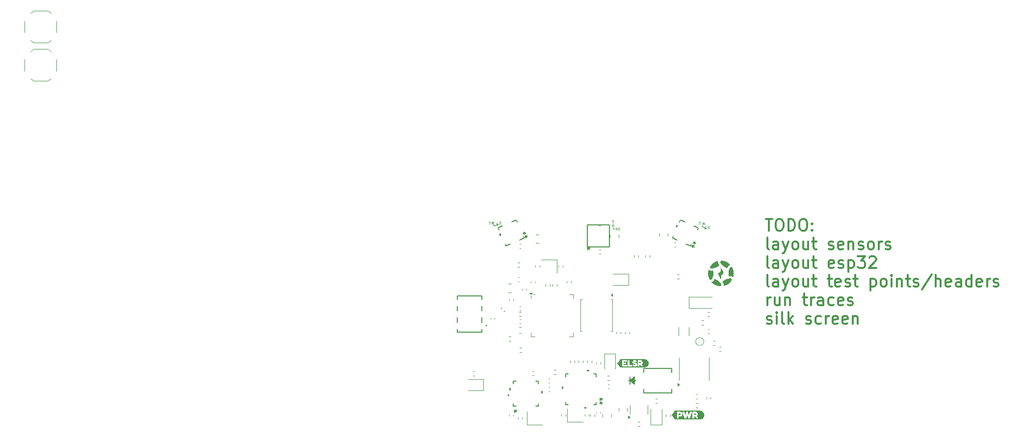
<source format=gbr>
%TF.GenerationSoftware,KiCad,Pcbnew,8.0.4*%
%TF.CreationDate,2024-09-21T01:35:51-04:00*%
%TF.ProjectId,DangerDoughnut,44616e67-6572-4446-9f75-67686e75742e,rev?*%
%TF.SameCoordinates,Original*%
%TF.FileFunction,Legend,Top*%
%TF.FilePolarity,Positive*%
%FSLAX46Y46*%
G04 Gerber Fmt 4.6, Leading zero omitted, Abs format (unit mm)*
G04 Created by KiCad (PCBNEW 8.0.4) date 2024-09-21 01:35:51*
%MOMM*%
%LPD*%
G01*
G04 APERTURE LIST*
%ADD10C,0.100000*%
%ADD11C,0.000000*%
%ADD12C,0.300000*%
%ADD13C,0.150000*%
%ADD14C,0.120000*%
%ADD15C,0.152400*%
%ADD16C,0.200000*%
G04 APERTURE END LIST*
D10*
X81570402Y-36892303D02*
X81699103Y-36563006D01*
X103000000Y-37999999D02*
X103250000Y-37749999D01*
X118336099Y-36991854D02*
X118207400Y-36662557D01*
X103000000Y-37499999D02*
X103250000Y-37749999D01*
X82000000Y-37250000D02*
X82686994Y-36949103D01*
X118264200Y-37779147D02*
X118593497Y-37650448D01*
D11*
G36*
X119058774Y-44796214D02*
G01*
X119059424Y-44796301D01*
X119060114Y-44796463D01*
X119060847Y-44796702D01*
X119061625Y-44797019D01*
X119062452Y-44797416D01*
X119063331Y-44797896D01*
X119064264Y-44798459D01*
X119065254Y-44799107D01*
X119066304Y-44799843D01*
X119067417Y-44800667D01*
X119068595Y-44801583D01*
X119069841Y-44802591D01*
X119071159Y-44803693D01*
X119072550Y-44804890D01*
X119074018Y-44806186D01*
X119075566Y-44807581D01*
X119078912Y-44810676D01*
X119082609Y-44814190D01*
X119086681Y-44818136D01*
X119102638Y-44833428D01*
X119116116Y-44846017D01*
X119127906Y-44856571D01*
X119133417Y-44861295D01*
X119138804Y-44865761D01*
X119144165Y-44870054D01*
X119149602Y-44874257D01*
X119161095Y-44882728D01*
X119174076Y-44891843D01*
X119189339Y-44902274D01*
X119215390Y-44918798D01*
X119241474Y-44933665D01*
X119267776Y-44946902D01*
X119294478Y-44958539D01*
X119321762Y-44968604D01*
X119349813Y-44977125D01*
X119378812Y-44984132D01*
X119408943Y-44989652D01*
X119440389Y-44993716D01*
X119473332Y-44996351D01*
X119507956Y-44997586D01*
X119544443Y-44997449D01*
X119582976Y-44995970D01*
X119623739Y-44993178D01*
X119666914Y-44989100D01*
X119712685Y-44983765D01*
X119737080Y-44980656D01*
X119755349Y-44978540D01*
X119762488Y-44977885D01*
X119768458Y-44977515D01*
X119773380Y-44977442D01*
X119777375Y-44977680D01*
X119780564Y-44978240D01*
X119783068Y-44979135D01*
X119785007Y-44980377D01*
X119786504Y-44981979D01*
X119787677Y-44983953D01*
X119788649Y-44986312D01*
X119790472Y-44992232D01*
X119793877Y-45003396D01*
X119796971Y-45013977D01*
X119799793Y-45024137D01*
X119802379Y-45034036D01*
X119804766Y-45043836D01*
X119806992Y-45053698D01*
X119809094Y-45063783D01*
X119811110Y-45074253D01*
X119821693Y-45127170D01*
X119828253Y-45162473D01*
X119834041Y-45199549D01*
X119839051Y-45238136D01*
X119843281Y-45277974D01*
X119849384Y-45360355D01*
X119852319Y-45444603D01*
X119852053Y-45528628D01*
X119848557Y-45610340D01*
X119845587Y-45649675D01*
X119841798Y-45687649D01*
X119837186Y-45723999D01*
X119831747Y-45758465D01*
X119821693Y-45817203D01*
X119812248Y-45864106D01*
X119799113Y-45918588D01*
X119783063Y-45978104D01*
X119764874Y-46040114D01*
X119745321Y-46102074D01*
X119725178Y-46161442D01*
X119705222Y-46215675D01*
X119686226Y-46262232D01*
X119676305Y-46285978D01*
X119669409Y-46302787D01*
X119665868Y-46311623D01*
X119662414Y-46320440D01*
X119650595Y-46349292D01*
X119638006Y-46377822D01*
X119625021Y-46405309D01*
X119612011Y-46431036D01*
X119599348Y-46454282D01*
X119587405Y-46474328D01*
X119581819Y-46482927D01*
X119576552Y-46490455D01*
X119571652Y-46496824D01*
X119567164Y-46501944D01*
X119558243Y-46510757D01*
X119549130Y-46518944D01*
X119539804Y-46526510D01*
X119530246Y-46533463D01*
X119520437Y-46539807D01*
X119510358Y-46545551D01*
X119499989Y-46550699D01*
X119489310Y-46555258D01*
X119478303Y-46559234D01*
X119466948Y-46562633D01*
X119455225Y-46565462D01*
X119443116Y-46567726D01*
X119430600Y-46569432D01*
X119417659Y-46570587D01*
X119404273Y-46571195D01*
X119390422Y-46571265D01*
X119380373Y-46571146D01*
X119370256Y-46570810D01*
X119360350Y-46570288D01*
X119350933Y-46569611D01*
X119342286Y-46568810D01*
X119334686Y-46567916D01*
X119328414Y-46566960D01*
X119323747Y-46565973D01*
X119323747Y-46565974D01*
X119312609Y-46562575D01*
X119301814Y-46558726D01*
X119291356Y-46554422D01*
X119281232Y-46549661D01*
X119271437Y-46544437D01*
X119261965Y-46538747D01*
X119252813Y-46532588D01*
X119243975Y-46525955D01*
X119235448Y-46518845D01*
X119227226Y-46511254D01*
X119219305Y-46503177D01*
X119211680Y-46494611D01*
X119204346Y-46485552D01*
X119197299Y-46475996D01*
X119190535Y-46465939D01*
X119184047Y-46455378D01*
X119176606Y-46442562D01*
X119170554Y-46431830D01*
X119166486Y-46424273D01*
X119165382Y-46422026D01*
X119165095Y-46421345D01*
X119164997Y-46420982D01*
X119164930Y-46420550D01*
X119164734Y-46419859D01*
X119164415Y-46418924D01*
X119163980Y-46417757D01*
X119162793Y-46414787D01*
X119161227Y-46411060D01*
X119159339Y-46406688D01*
X119157184Y-46401783D01*
X119152297Y-46390819D01*
X119146295Y-46377268D01*
X119139200Y-46360988D01*
X119131908Y-46344013D01*
X119125310Y-46328378D01*
X119118902Y-46313206D01*
X119112147Y-46297488D01*
X119100968Y-46271757D01*
X119098865Y-46267036D01*
X119096941Y-46262463D01*
X119095229Y-46258139D01*
X119093758Y-46254162D01*
X119092560Y-46250632D01*
X119091666Y-46247647D01*
X119091107Y-46245307D01*
X119090963Y-46244410D01*
X119090914Y-46243711D01*
X119090890Y-46243080D01*
X119090818Y-46242380D01*
X119090701Y-46241618D01*
X119090542Y-46240801D01*
X119090342Y-46239934D01*
X119090105Y-46239023D01*
X119089831Y-46238075D01*
X119089525Y-46237097D01*
X119089187Y-46236093D01*
X119088821Y-46235071D01*
X119088428Y-46234036D01*
X119088012Y-46232996D01*
X119087573Y-46231955D01*
X119087116Y-46230920D01*
X119086641Y-46229898D01*
X119086152Y-46228894D01*
X119084947Y-46226492D01*
X119083365Y-46222974D01*
X119081473Y-46218514D01*
X119079338Y-46213284D01*
X119077031Y-46207459D01*
X119074617Y-46201212D01*
X119072167Y-46194718D01*
X119069747Y-46188149D01*
X119064886Y-46174986D01*
X119060222Y-46162616D01*
X119053872Y-46145815D01*
X119046322Y-46126111D01*
X119036832Y-46098314D01*
X119026088Y-46064750D01*
X119014780Y-46027745D01*
X119003596Y-45989623D01*
X118993225Y-45952711D01*
X118984354Y-45919333D01*
X118977672Y-45891815D01*
X118970909Y-45860187D01*
X118965138Y-45831771D01*
X118960111Y-45805067D01*
X118955580Y-45778574D01*
X118951297Y-45750790D01*
X118947014Y-45720217D01*
X118937456Y-45644695D01*
X118935210Y-45623221D01*
X118933428Y-45599631D01*
X118931230Y-45547014D01*
X118930805Y-45488667D01*
X118932098Y-45426413D01*
X118935053Y-45362076D01*
X118939614Y-45297478D01*
X118945725Y-45234443D01*
X118953331Y-45174794D01*
X118960755Y-45132519D01*
X118971942Y-45080371D01*
X118985747Y-45022618D01*
X119001022Y-44963525D01*
X119016619Y-44907359D01*
X119031391Y-44858386D01*
X119044191Y-44820873D01*
X119049493Y-44807747D01*
X119053872Y-44799086D01*
X119054274Y-44798519D01*
X119054688Y-44798010D01*
X119055117Y-44797559D01*
X119055564Y-44797170D01*
X119056031Y-44796844D01*
X119056522Y-44796582D01*
X119057039Y-44796386D01*
X119057585Y-44796258D01*
X119058162Y-44796201D01*
X119058774Y-44796214D01*
G37*
D10*
X117878103Y-36791255D02*
X118207400Y-36662557D01*
D11*
G36*
X122792345Y-46328487D02*
G01*
X122805029Y-46328832D01*
X122816811Y-46329435D01*
X122827773Y-46330321D01*
X122837997Y-46331514D01*
X122847565Y-46333038D01*
X122856560Y-46334917D01*
X122865063Y-46337176D01*
X122873157Y-46339837D01*
X122880923Y-46342925D01*
X122888445Y-46346465D01*
X122895804Y-46350479D01*
X122903083Y-46354993D01*
X122910362Y-46360030D01*
X122917726Y-46365614D01*
X122925256Y-46371770D01*
X122939122Y-46384317D01*
X122952119Y-46397685D01*
X122964211Y-46411774D01*
X122975361Y-46426489D01*
X122985531Y-46441731D01*
X122994684Y-46457402D01*
X123002783Y-46473405D01*
X123009790Y-46489642D01*
X123015669Y-46506015D01*
X123020382Y-46522427D01*
X123023891Y-46538781D01*
X123026161Y-46554977D01*
X123027153Y-46570920D01*
X123026831Y-46586510D01*
X123026165Y-46594143D01*
X123025157Y-46601651D01*
X123023801Y-46609023D01*
X123022093Y-46616245D01*
X123019374Y-46625642D01*
X123016291Y-46634914D01*
X123012715Y-46644262D01*
X123008517Y-46653882D01*
X123003569Y-46663973D01*
X122997741Y-46674734D01*
X122990906Y-46686363D01*
X122982935Y-46699059D01*
X122973699Y-46713020D01*
X122963068Y-46728445D01*
X122950916Y-46745531D01*
X122937112Y-46764478D01*
X122921529Y-46785483D01*
X122904037Y-46808746D01*
X122862814Y-46862836D01*
X122825279Y-46910390D01*
X122786176Y-46957317D01*
X122745621Y-47003488D01*
X122703733Y-47048772D01*
X122660630Y-47093039D01*
X122616429Y-47136159D01*
X122571248Y-47178002D01*
X122525206Y-47218436D01*
X122515197Y-47226945D01*
X122506354Y-47234320D01*
X122497710Y-47241309D01*
X122488296Y-47248665D01*
X122477147Y-47257137D01*
X122463293Y-47267475D01*
X122423606Y-47296753D01*
X122401800Y-47312482D01*
X122378568Y-47328452D01*
X122328513Y-47360741D01*
X122274824Y-47392868D01*
X122218884Y-47424084D01*
X122162077Y-47453637D01*
X122105783Y-47480779D01*
X122051388Y-47504758D01*
X122025334Y-47515327D01*
X122000273Y-47524824D01*
X121959491Y-47539437D01*
X121920087Y-47552828D01*
X121881452Y-47565165D01*
X121842978Y-47576616D01*
X121804057Y-47587347D01*
X121764082Y-47597526D01*
X121722445Y-47607321D01*
X121678539Y-47616899D01*
X121637173Y-47625895D01*
X121624728Y-47628284D01*
X121620210Y-47628974D01*
X121616693Y-47629334D01*
X121614074Y-47629372D01*
X121612254Y-47629094D01*
X121611129Y-47628506D01*
X121610796Y-47628098D01*
X121610599Y-47627614D01*
X121610562Y-47626425D01*
X121610916Y-47624944D01*
X121612393Y-47621132D01*
X121614667Y-47613236D01*
X121618677Y-47598841D01*
X121623778Y-47579981D01*
X121629326Y-47558690D01*
X121633586Y-47542469D01*
X121635357Y-47535095D01*
X121636908Y-47528040D01*
X121638252Y-47521174D01*
X121639400Y-47514367D01*
X121640367Y-47507491D01*
X121641166Y-47500416D01*
X121641811Y-47493012D01*
X121642313Y-47485150D01*
X121642686Y-47476700D01*
X121642944Y-47467533D01*
X121643166Y-47446531D01*
X121643085Y-47421107D01*
X121642976Y-47393342D01*
X121642514Y-47370836D01*
X121642087Y-47361028D01*
X121641494Y-47351902D01*
X121640711Y-47343247D01*
X121639711Y-47334853D01*
X121638470Y-47326508D01*
X121636961Y-47318002D01*
X121635159Y-47309124D01*
X121633039Y-47299663D01*
X121627740Y-47278149D01*
X121620860Y-47251773D01*
X121616309Y-47236308D01*
X121610947Y-47220594D01*
X121604706Y-47204521D01*
X121597518Y-47187976D01*
X121589317Y-47170848D01*
X121580034Y-47153026D01*
X121569602Y-47134398D01*
X121557955Y-47114852D01*
X121545023Y-47094276D01*
X121530741Y-47072560D01*
X121515040Y-47049591D01*
X121497853Y-47025257D01*
X121479113Y-46999448D01*
X121458752Y-46972051D01*
X121412897Y-46912048D01*
X121412619Y-46911220D01*
X121412767Y-46910033D01*
X121413329Y-46908501D01*
X121414291Y-46906638D01*
X121417361Y-46901974D01*
X121421868Y-46896149D01*
X121427706Y-46889273D01*
X121434766Y-46881455D01*
X121442940Y-46872805D01*
X121452122Y-46863431D01*
X121462202Y-46853444D01*
X121473074Y-46842952D01*
X121484630Y-46832065D01*
X121496762Y-46820891D01*
X121509362Y-46809541D01*
X121522322Y-46798124D01*
X121535535Y-46786748D01*
X121548893Y-46775524D01*
X121584337Y-46747003D01*
X121621483Y-46718862D01*
X121660134Y-46691203D01*
X121700094Y-46664134D01*
X121741167Y-46637759D01*
X121783158Y-46612185D01*
X121825869Y-46587515D01*
X121869105Y-46563857D01*
X121912670Y-46541315D01*
X121956367Y-46519994D01*
X122000000Y-46500000D01*
X122043374Y-46481439D01*
X122086293Y-46464416D01*
X122128559Y-46449036D01*
X122169977Y-46435405D01*
X122210351Y-46423628D01*
X122281061Y-46404867D01*
X122341849Y-46389827D01*
X122368647Y-46383687D01*
X122393112Y-46378459D01*
X122415296Y-46374135D01*
X122435247Y-46370711D01*
X122509330Y-46358540D01*
X122553582Y-46351264D01*
X122576675Y-46347676D01*
X122596643Y-46344782D01*
X122637654Y-46339226D01*
X122658853Y-46336299D01*
X122677076Y-46333670D01*
X122685935Y-46332683D01*
X122696747Y-46331727D01*
X122709084Y-46330833D01*
X122722519Y-46330032D01*
X122736623Y-46329355D01*
X122750970Y-46328833D01*
X122765130Y-46328497D01*
X122778676Y-46328378D01*
X122792345Y-46328487D01*
G37*
D10*
X82357697Y-36820404D02*
X82686994Y-36949103D01*
D11*
G36*
X120050906Y-46413719D02*
G01*
X120055105Y-46414078D01*
X120060018Y-46414775D01*
X120065666Y-46415813D01*
X120072074Y-46417198D01*
X120079265Y-46418931D01*
X120087262Y-46421019D01*
X120096089Y-46423463D01*
X120105768Y-46426269D01*
X120116323Y-46429440D01*
X120140155Y-46436893D01*
X120167768Y-46445853D01*
X120232711Y-46468900D01*
X120296391Y-46494198D01*
X120358833Y-46521768D01*
X120420065Y-46551628D01*
X120480112Y-46583798D01*
X120539002Y-46618298D01*
X120596759Y-46655146D01*
X120653411Y-46694363D01*
X120708984Y-46735966D01*
X120763505Y-46779977D01*
X120816999Y-46826414D01*
X120869493Y-46875296D01*
X120921014Y-46926644D01*
X120971587Y-46980475D01*
X121021240Y-47036811D01*
X121069998Y-47095669D01*
X121110771Y-47146955D01*
X121145958Y-47192325D01*
X121175824Y-47232163D01*
X121200636Y-47266855D01*
X121220660Y-47296784D01*
X121236164Y-47322335D01*
X121242304Y-47333588D01*
X121247414Y-47343892D01*
X121251527Y-47353293D01*
X121254677Y-47361840D01*
X121256420Y-47368054D01*
X121257881Y-47375109D01*
X121259063Y-47382892D01*
X121259969Y-47391292D01*
X121260602Y-47400193D01*
X121260965Y-47409484D01*
X121261062Y-47419050D01*
X121260895Y-47428780D01*
X121260467Y-47438559D01*
X121259783Y-47448274D01*
X121258844Y-47457813D01*
X121257653Y-47467062D01*
X121256215Y-47475907D01*
X121254532Y-47484237D01*
X121252607Y-47491937D01*
X121250443Y-47498894D01*
X121246157Y-47510274D01*
X121241079Y-47521742D01*
X121235273Y-47533225D01*
X121228805Y-47544651D01*
X121221739Y-47555947D01*
X121214139Y-47567039D01*
X121206068Y-47577856D01*
X121197593Y-47588324D01*
X121188776Y-47598370D01*
X121179683Y-47607921D01*
X121170377Y-47616906D01*
X121160923Y-47625250D01*
X121151386Y-47632880D01*
X121141829Y-47639725D01*
X121132317Y-47645711D01*
X121122914Y-47650765D01*
X121114903Y-47654362D01*
X121106544Y-47657611D01*
X121097840Y-47660514D01*
X121088791Y-47663068D01*
X121079398Y-47665276D01*
X121069662Y-47667136D01*
X121059583Y-47668649D01*
X121049162Y-47669815D01*
X121038400Y-47670634D01*
X121027298Y-47671105D01*
X121015856Y-47671229D01*
X121004075Y-47671006D01*
X120991957Y-47670435D01*
X120979501Y-47669518D01*
X120966709Y-47668253D01*
X120953581Y-47666640D01*
X120916076Y-47661547D01*
X120874206Y-47656057D01*
X120828970Y-47649533D01*
X120764734Y-47639587D01*
X120641372Y-47619544D01*
X120596756Y-47610563D01*
X120546775Y-47598692D01*
X120493409Y-47584514D01*
X120438635Y-47568612D01*
X120384432Y-47551569D01*
X120332777Y-47533968D01*
X120285649Y-47516392D01*
X120245026Y-47499424D01*
X120193536Y-47475825D01*
X120143753Y-47451598D01*
X120095552Y-47426649D01*
X120048805Y-47400883D01*
X120003385Y-47374205D01*
X119959165Y-47346521D01*
X119916018Y-47317737D01*
X119873816Y-47287757D01*
X119832433Y-47256487D01*
X119791741Y-47223833D01*
X119751614Y-47189700D01*
X119711924Y-47153994D01*
X119672544Y-47116619D01*
X119633347Y-47077482D01*
X119594206Y-47036487D01*
X119554993Y-46993540D01*
X119542894Y-46979940D01*
X119537867Y-46974066D01*
X119533504Y-46968777D01*
X119529789Y-46964049D01*
X119526706Y-46959859D01*
X119524243Y-46956181D01*
X119522383Y-46952993D01*
X119521113Y-46950270D01*
X119520694Y-46949075D01*
X119520416Y-46947988D01*
X119520279Y-46947004D01*
X119520280Y-46946122D01*
X119520417Y-46945339D01*
X119520688Y-46944650D01*
X119521092Y-46944054D01*
X119521627Y-46943547D01*
X119522290Y-46943126D01*
X119523081Y-46942789D01*
X119525036Y-46942352D01*
X119527477Y-46942211D01*
X119531702Y-46941732D01*
X119538035Y-46940362D01*
X119555886Y-46935357D01*
X119578748Y-46928007D01*
X119604338Y-46919126D01*
X119630375Y-46909526D01*
X119654576Y-46900018D01*
X119674659Y-46891416D01*
X119682444Y-46887709D01*
X119688343Y-46884532D01*
X119699299Y-46878174D01*
X119708518Y-46872956D01*
X119715058Y-46869426D01*
X119717029Y-46868464D01*
X119717638Y-46868213D01*
X119717977Y-46868128D01*
X119718346Y-46868012D01*
X119719044Y-46867672D01*
X119721358Y-46866367D01*
X119724776Y-46864305D01*
X119729155Y-46861579D01*
X119734353Y-46858283D01*
X119740226Y-46854510D01*
X119753431Y-46845903D01*
X119762390Y-46839536D01*
X119771752Y-46832396D01*
X119781435Y-46824566D01*
X119791357Y-46816129D01*
X119801438Y-46807168D01*
X119811595Y-46797766D01*
X119821747Y-46788006D01*
X119831814Y-46777971D01*
X119841713Y-46767743D01*
X119851363Y-46757407D01*
X119860683Y-46747044D01*
X119869591Y-46736737D01*
X119878007Y-46726570D01*
X119885848Y-46716626D01*
X119893033Y-46706987D01*
X119899481Y-46697736D01*
X119912544Y-46676945D01*
X119926890Y-46651955D01*
X119942167Y-46623480D01*
X119958020Y-46592233D01*
X119974097Y-46558928D01*
X119990043Y-46524277D01*
X120005505Y-46488993D01*
X120020131Y-46453790D01*
X120023191Y-46446400D01*
X120026357Y-46439412D01*
X120029535Y-46432982D01*
X120032632Y-46427266D01*
X120035556Y-46422418D01*
X120036924Y-46420367D01*
X120038213Y-46418593D01*
X120039413Y-46417112D01*
X120040511Y-46415946D01*
X120041496Y-46415112D01*
X120042356Y-46414632D01*
X120043376Y-46414276D01*
X120044555Y-46414000D01*
X120045894Y-46413806D01*
X120047397Y-46413695D01*
X120050906Y-46413719D01*
G37*
D10*
X102750000Y-37250000D02*
X102500000Y-37000000D01*
X118464798Y-37321151D02*
X118593497Y-37650448D01*
X102500000Y-37750000D02*
X102500000Y-37000000D01*
D11*
G36*
X122932670Y-44370914D02*
G01*
X122949556Y-44372271D01*
X122965859Y-44374532D01*
X122981579Y-44377696D01*
X122996716Y-44381762D01*
X123011270Y-44386730D01*
X123025241Y-44392599D01*
X123038629Y-44399367D01*
X123051435Y-44407035D01*
X123063657Y-44415601D01*
X123075297Y-44425064D01*
X123086354Y-44435425D01*
X123096827Y-44446681D01*
X123106718Y-44458833D01*
X123116026Y-44471880D01*
X123124751Y-44485820D01*
X123131967Y-44499532D01*
X123141602Y-44519314D01*
X123152898Y-44543500D01*
X123165100Y-44570420D01*
X123177451Y-44598407D01*
X123189194Y-44625793D01*
X123199573Y-44650908D01*
X123207831Y-44672087D01*
X123211022Y-44680512D01*
X123214710Y-44689880D01*
X123218397Y-44698950D01*
X123221589Y-44706482D01*
X123234269Y-44737363D01*
X123247824Y-44773546D01*
X123261837Y-44813685D01*
X123275894Y-44856435D01*
X123289579Y-44900450D01*
X123302477Y-44944384D01*
X123314171Y-44986892D01*
X123324247Y-45026628D01*
X123338827Y-45090982D01*
X123350598Y-45148254D01*
X123359826Y-45200738D01*
X123366779Y-45250730D01*
X123371722Y-45300524D01*
X123374923Y-45352413D01*
X123376648Y-45408693D01*
X123377164Y-45471657D01*
X123376842Y-45521139D01*
X123375783Y-45565593D01*
X123373843Y-45606784D01*
X123370880Y-45646481D01*
X123366751Y-45686450D01*
X123361313Y-45728460D01*
X123354425Y-45774278D01*
X123345943Y-45825670D01*
X123337030Y-45869487D01*
X123324941Y-45919828D01*
X123310819Y-45972898D01*
X123295804Y-46024901D01*
X123281037Y-46072042D01*
X123267659Y-46110527D01*
X123261848Y-46125337D01*
X123256811Y-46136559D01*
X123252693Y-46143720D01*
X123251022Y-46145629D01*
X123249634Y-46146345D01*
X123249188Y-46146294D01*
X123248646Y-46146143D01*
X123248011Y-46145896D01*
X123247285Y-46145553D01*
X123245575Y-46144594D01*
X123243541Y-46143285D01*
X123241205Y-46141649D01*
X123238593Y-46139703D01*
X123235728Y-46137470D01*
X123232635Y-46134968D01*
X123229337Y-46132218D01*
X123225858Y-46129240D01*
X123222223Y-46126054D01*
X123218455Y-46122681D01*
X123214578Y-46119140D01*
X123210618Y-46115453D01*
X123206596Y-46111638D01*
X123202538Y-46107716D01*
X123202539Y-46107715D01*
X123195007Y-46100425D01*
X123187305Y-46093245D01*
X123179447Y-46086187D01*
X123171450Y-46079264D01*
X123163329Y-46072487D01*
X123155100Y-46065867D01*
X123146777Y-46059415D01*
X123138377Y-46053145D01*
X123129915Y-46047067D01*
X123121407Y-46041192D01*
X123112867Y-46035533D01*
X123104312Y-46030101D01*
X123095757Y-46024908D01*
X123087218Y-46019966D01*
X123078709Y-46015285D01*
X123070247Y-46010878D01*
X123059920Y-46005818D01*
X123049544Y-46000559D01*
X123040258Y-45995697D01*
X123033206Y-45991828D01*
X123028422Y-45989593D01*
X123023038Y-45987265D01*
X123010699Y-45982410D01*
X122996650Y-45977420D01*
X122981347Y-45972447D01*
X122965251Y-45967649D01*
X122948820Y-45963179D01*
X122932513Y-45959192D01*
X122916789Y-45955845D01*
X122901113Y-45952968D01*
X122885197Y-45950489D01*
X122868972Y-45948410D01*
X122852371Y-45946733D01*
X122835327Y-45945459D01*
X122817771Y-45944590D01*
X122799638Y-45944126D01*
X122780859Y-45944071D01*
X122761367Y-45944424D01*
X122741094Y-45945189D01*
X122719973Y-45946366D01*
X122697937Y-45947957D01*
X122650848Y-45952386D01*
X122599289Y-45958490D01*
X122573908Y-45961784D01*
X122554996Y-45964005D01*
X122547630Y-45964657D01*
X122541478Y-45964974D01*
X122536408Y-45964932D01*
X122532283Y-45964510D01*
X122528971Y-45963684D01*
X122527578Y-45963114D01*
X122526337Y-45962433D01*
X122525233Y-45961641D01*
X122524248Y-45960735D01*
X122522568Y-45958565D01*
X122521164Y-45955903D01*
X122519902Y-45952725D01*
X122517268Y-45944732D01*
X122512736Y-45929369D01*
X122507305Y-45908145D01*
X122501315Y-45882643D01*
X122495109Y-45854443D01*
X122489027Y-45825127D01*
X122483410Y-45796276D01*
X122478598Y-45769472D01*
X122474935Y-45746295D01*
X122468571Y-45694399D01*
X122463417Y-45636427D01*
X122459540Y-45574882D01*
X122457009Y-45512271D01*
X122455892Y-45451098D01*
X122456257Y-45393870D01*
X122458172Y-45343090D01*
X122461705Y-45301266D01*
X122467360Y-45256883D01*
X122473206Y-45214987D01*
X122479239Y-45175534D01*
X122485452Y-45138481D01*
X122491838Y-45103784D01*
X122498392Y-45071401D01*
X122505106Y-45041287D01*
X122511976Y-45013399D01*
X122520112Y-44983038D01*
X122524255Y-44967634D01*
X122527851Y-44954661D01*
X122534466Y-44931108D01*
X122543660Y-44901472D01*
X122554938Y-44867160D01*
X122567803Y-44829580D01*
X122581760Y-44790139D01*
X122596312Y-44750246D01*
X122610964Y-44711308D01*
X122625218Y-44674732D01*
X122644073Y-44628693D01*
X122661755Y-44587403D01*
X122678285Y-44550852D01*
X122693679Y-44519025D01*
X122707957Y-44491911D01*
X122721138Y-44469498D01*
X122727322Y-44460051D01*
X122733239Y-44451773D01*
X122738891Y-44444665D01*
X122744281Y-44438724D01*
X122752520Y-44430719D01*
X122761153Y-44423181D01*
X122770166Y-44416115D01*
X122779545Y-44409529D01*
X122789273Y-44403430D01*
X122799338Y-44397824D01*
X122809723Y-44392719D01*
X122820414Y-44388122D01*
X122831397Y-44384040D01*
X122842657Y-44380480D01*
X122854179Y-44377448D01*
X122865948Y-44374951D01*
X122877949Y-44372997D01*
X122890168Y-44371593D01*
X122902591Y-44370746D01*
X122915201Y-44370461D01*
X122932670Y-44370914D01*
G37*
G36*
X121303918Y-43272184D02*
G01*
X121320157Y-43273003D01*
X121337918Y-43274367D01*
X121357392Y-43276277D01*
X121378773Y-43278732D01*
X121402255Y-43281734D01*
X121456288Y-43289374D01*
X121504906Y-43296253D01*
X121526907Y-43299345D01*
X121543601Y-43301545D01*
X121574623Y-43306373D01*
X121590705Y-43309060D01*
X121604455Y-43311599D01*
X121652080Y-43320065D01*
X121668472Y-43323290D01*
X121690147Y-43327904D01*
X121741509Y-43339512D01*
X121790490Y-43351319D01*
X121809189Y-43356181D01*
X121821414Y-43359753D01*
X121837752Y-43364515D01*
X121848128Y-43367641D01*
X121858455Y-43370865D01*
X121881112Y-43377547D01*
X121906262Y-43385426D01*
X121932776Y-43394110D01*
X121959526Y-43403211D01*
X121985383Y-43412336D01*
X122009218Y-43421095D01*
X122029903Y-43429098D01*
X122046309Y-43435953D01*
X122054255Y-43439632D01*
X122063838Y-43443957D01*
X122073917Y-43448380D01*
X122083351Y-43452357D01*
X122120459Y-43469853D01*
X122174632Y-43496278D01*
X122226821Y-43522306D01*
X122246219Y-43532257D01*
X122257976Y-43538611D01*
X122310010Y-43569892D01*
X122361610Y-43603318D01*
X122412590Y-43638754D01*
X122462763Y-43676062D01*
X122511945Y-43715107D01*
X122559948Y-43755752D01*
X122606587Y-43797860D01*
X122651676Y-43841295D01*
X122678881Y-43868613D01*
X122704510Y-43894939D01*
X122727932Y-43919578D01*
X122748513Y-43941836D01*
X122765623Y-43961019D01*
X122778626Y-43976431D01*
X122786893Y-43987378D01*
X122789051Y-43990960D01*
X122789789Y-43993166D01*
X122789756Y-43993469D01*
X122789660Y-43993785D01*
X122789502Y-43994111D01*
X122789284Y-43994448D01*
X122789007Y-43994795D01*
X122788672Y-43995150D01*
X122788282Y-43995514D01*
X122787837Y-43995886D01*
X122787340Y-43996264D01*
X122786791Y-43996649D01*
X122785547Y-43997435D01*
X122784117Y-43998238D01*
X122782513Y-43999052D01*
X122780747Y-43999873D01*
X122778833Y-44000695D01*
X122776783Y-44001512D01*
X122774608Y-44002318D01*
X122772322Y-44003110D01*
X122769936Y-44003880D01*
X122767464Y-44004624D01*
X122764918Y-44005336D01*
X122751027Y-44009034D01*
X122736243Y-44013290D01*
X122721013Y-44017968D01*
X122705783Y-44022931D01*
X122691000Y-44028043D01*
X122677109Y-44033167D01*
X122664558Y-44038167D01*
X122653792Y-44042907D01*
X122636925Y-44049919D01*
X122633778Y-44051175D01*
X122631245Y-44052134D01*
X122629419Y-44052746D01*
X122628800Y-44052906D01*
X122628393Y-44052961D01*
X122627756Y-44053062D01*
X122626846Y-44053360D01*
X122624255Y-44054514D01*
X122620717Y-44056359D01*
X122616329Y-44058832D01*
X122605389Y-44065407D01*
X122592211Y-44073731D01*
X122577569Y-44083295D01*
X122562239Y-44093591D01*
X122546995Y-44104111D01*
X122532614Y-44114345D01*
X122514519Y-44128388D01*
X122496920Y-44143568D01*
X122479780Y-44159943D01*
X122463061Y-44177572D01*
X122446727Y-44196512D01*
X122430741Y-44216822D01*
X122415064Y-44238560D01*
X122399660Y-44261784D01*
X122384492Y-44286551D01*
X122369523Y-44312922D01*
X122354714Y-44340952D01*
X122340030Y-44370701D01*
X122325432Y-44402227D01*
X122310884Y-44435587D01*
X122296349Y-44470840D01*
X122281788Y-44508045D01*
X122278720Y-44515793D01*
X122277367Y-44518968D01*
X122276092Y-44521712D01*
X122274863Y-44524049D01*
X122273649Y-44526006D01*
X122273038Y-44526850D01*
X122272419Y-44527608D01*
X122271787Y-44528284D01*
X122271139Y-44528881D01*
X122270471Y-44529401D01*
X122269779Y-44529849D01*
X122269058Y-44530227D01*
X122268306Y-44530539D01*
X122267518Y-44530788D01*
X122266689Y-44530977D01*
X122265817Y-44531109D01*
X122264897Y-44531187D01*
X122262896Y-44531196D01*
X122260656Y-44531029D01*
X122258145Y-44530712D01*
X122255330Y-44530270D01*
X122255331Y-44530270D01*
X122248272Y-44529000D01*
X122238973Y-44526835D01*
X122214659Y-44520158D01*
X122184404Y-44510913D01*
X122150225Y-44499776D01*
X122114135Y-44487425D01*
X122078151Y-44474533D01*
X122044287Y-44461779D01*
X122014560Y-44449836D01*
X121995795Y-44441618D01*
X121971995Y-44430621D01*
X121916134Y-44403666D01*
X121860671Y-44375720D01*
X121837367Y-44363483D01*
X121819297Y-44353528D01*
X121777286Y-44328870D01*
X121736317Y-44303454D01*
X121696291Y-44277194D01*
X121657107Y-44250001D01*
X121618668Y-44221789D01*
X121580874Y-44192468D01*
X121543626Y-44161952D01*
X121506824Y-44130153D01*
X121470369Y-44096984D01*
X121434163Y-44062357D01*
X121398105Y-44026184D01*
X121362097Y-43988378D01*
X121326039Y-43948851D01*
X121289833Y-43907516D01*
X121253378Y-43864284D01*
X121216576Y-43819070D01*
X121191111Y-43786785D01*
X121166049Y-43754172D01*
X121142190Y-43722341D01*
X121120334Y-43692400D01*
X121101281Y-43665461D01*
X121085831Y-43642634D01*
X121074783Y-43625028D01*
X121071161Y-43618529D01*
X121068939Y-43613753D01*
X121067806Y-43610721D01*
X121066425Y-43607254D01*
X121064846Y-43603465D01*
X121063118Y-43599465D01*
X121061290Y-43595366D01*
X121059413Y-43591280D01*
X121057537Y-43587317D01*
X121055709Y-43583590D01*
X121053501Y-43577986D01*
X121051637Y-43571376D01*
X121050114Y-43563882D01*
X121048929Y-43555627D01*
X121048079Y-43546733D01*
X121047561Y-43537323D01*
X121047371Y-43527520D01*
X121047507Y-43517445D01*
X121047966Y-43507221D01*
X121048743Y-43496970D01*
X121049837Y-43486816D01*
X121051244Y-43476881D01*
X121052962Y-43467286D01*
X121054986Y-43458155D01*
X121057314Y-43449610D01*
X121059943Y-43441774D01*
X121065056Y-43428941D01*
X121070840Y-43416278D01*
X121077244Y-43403842D01*
X121084218Y-43391693D01*
X121091713Y-43379888D01*
X121099680Y-43368485D01*
X121108068Y-43357543D01*
X121116828Y-43347119D01*
X121125911Y-43337272D01*
X121135266Y-43328060D01*
X121144845Y-43319540D01*
X121154597Y-43311772D01*
X121164474Y-43304813D01*
X121174424Y-43298722D01*
X121184400Y-43293556D01*
X121194351Y-43289374D01*
X121205589Y-43285281D01*
X121216610Y-43281734D01*
X121227608Y-43278732D01*
X121238776Y-43276277D01*
X121250307Y-43274367D01*
X121262393Y-43273003D01*
X121275229Y-43272184D01*
X121289006Y-43271911D01*
X121303918Y-43272184D01*
G37*
G36*
X120691253Y-43314986D02*
G01*
X120693164Y-43315237D01*
X120694772Y-43315630D01*
X120696070Y-43316164D01*
X120696600Y-43316483D01*
X120697049Y-43316835D01*
X120697417Y-43317222D01*
X120697704Y-43317643D01*
X120697907Y-43318097D01*
X120698026Y-43318583D01*
X120698061Y-43319103D01*
X120698011Y-43319655D01*
X120697873Y-43320239D01*
X120697649Y-43320855D01*
X120697336Y-43321503D01*
X120696935Y-43322182D01*
X120696229Y-43324251D01*
X120694959Y-43328317D01*
X120691048Y-43341497D01*
X120685847Y-43359836D01*
X120682964Y-43370351D01*
X120680001Y-43381449D01*
X120675742Y-43398634D01*
X120673970Y-43406345D01*
X120672419Y-43413662D01*
X120671076Y-43420731D01*
X120669928Y-43427697D01*
X120668960Y-43434707D01*
X120668161Y-43441906D01*
X120667517Y-43449440D01*
X120667015Y-43457454D01*
X120666642Y-43466095D01*
X120666384Y-43475508D01*
X120666161Y-43497233D01*
X120666243Y-43523794D01*
X120666353Y-43548592D01*
X120666723Y-43569476D01*
X120667415Y-43587149D01*
X120668492Y-43602310D01*
X120670015Y-43615660D01*
X120672047Y-43627900D01*
X120674650Y-43639731D01*
X120677885Y-43651853D01*
X120684279Y-43674361D01*
X120691042Y-43695989D01*
X120698294Y-43716946D01*
X120706154Y-43737445D01*
X120714742Y-43757696D01*
X120724179Y-43777910D01*
X120734586Y-43798298D01*
X120746081Y-43819069D01*
X120758786Y-43840437D01*
X120772819Y-43862610D01*
X120788303Y-43885800D01*
X120805356Y-43910218D01*
X120824099Y-43936075D01*
X120844652Y-43963582D01*
X120891668Y-44024386D01*
X120893340Y-44026539D01*
X120894778Y-44028459D01*
X120895405Y-44029345D01*
X120895969Y-44030189D01*
X120896468Y-44030996D01*
X120896902Y-44031770D01*
X120897268Y-44032517D01*
X120897565Y-44033241D01*
X120897792Y-44033950D01*
X120897947Y-44034646D01*
X120898028Y-44035336D01*
X120898035Y-44036024D01*
X120897966Y-44036716D01*
X120897820Y-44037417D01*
X120897594Y-44038132D01*
X120897287Y-44038865D01*
X120896899Y-44039624D01*
X120896427Y-44040411D01*
X120895871Y-44041233D01*
X120895228Y-44042094D01*
X120894497Y-44043001D01*
X120893677Y-44043957D01*
X120892766Y-44044968D01*
X120891764Y-44046040D01*
X120889476Y-44048384D01*
X120886802Y-44051030D01*
X120883730Y-44054020D01*
X120861465Y-44075745D01*
X120838859Y-44097155D01*
X120816116Y-44118081D01*
X120793441Y-44138355D01*
X120771040Y-44157812D01*
X120749115Y-44176282D01*
X120727873Y-44193599D01*
X120707518Y-44209594D01*
X120667351Y-44239319D01*
X120623116Y-44271176D01*
X120586818Y-44296584D01*
X120575398Y-44304188D01*
X120572026Y-44306246D01*
X120570464Y-44306961D01*
X120570009Y-44307114D01*
X120569061Y-44307563D01*
X120565792Y-44309293D01*
X120560874Y-44312040D01*
X120554523Y-44315692D01*
X120546956Y-44320139D01*
X120538391Y-44325267D01*
X120529045Y-44330966D01*
X120519135Y-44337124D01*
X120491207Y-44352980D01*
X120454659Y-44372396D01*
X120413076Y-44393622D01*
X120370042Y-44414911D01*
X120329141Y-44434513D01*
X120293958Y-44450679D01*
X120268076Y-44461662D01*
X120259744Y-44464662D01*
X120255081Y-44465711D01*
X120254449Y-44465736D01*
X120253749Y-44465808D01*
X120252988Y-44465927D01*
X120252170Y-44466091D01*
X120251303Y-44466299D01*
X120250392Y-44466548D01*
X120249445Y-44466838D01*
X120248466Y-44467166D01*
X120247462Y-44467532D01*
X120246440Y-44467933D01*
X120245406Y-44468369D01*
X120244365Y-44468836D01*
X120243324Y-44469335D01*
X120242290Y-44469864D01*
X120241268Y-44470420D01*
X120240264Y-44471003D01*
X120235504Y-44473351D01*
X120228157Y-44476372D01*
X120206811Y-44484091D01*
X120178445Y-44493485D01*
X120145279Y-44503877D01*
X120109533Y-44514592D01*
X120073428Y-44524953D01*
X120039183Y-44534285D01*
X120009018Y-44541911D01*
X119945377Y-44556910D01*
X119917349Y-44563100D01*
X119890815Y-44568634D01*
X119865001Y-44573671D01*
X119839131Y-44578374D01*
X119784122Y-44587419D01*
X119747544Y-44592910D01*
X119715331Y-44598003D01*
X119684614Y-44602483D01*
X119653253Y-44606362D01*
X119621941Y-44609583D01*
X119591373Y-44612092D01*
X119562244Y-44613831D01*
X119535249Y-44614746D01*
X119511081Y-44614780D01*
X119490435Y-44613878D01*
X119481422Y-44613002D01*
X119472626Y-44611757D01*
X119464031Y-44610134D01*
X119455617Y-44608123D01*
X119447368Y-44605716D01*
X119439266Y-44602902D01*
X119431292Y-44599673D01*
X119423429Y-44596019D01*
X119415659Y-44591930D01*
X119407964Y-44587399D01*
X119400327Y-44582415D01*
X119392729Y-44576969D01*
X119385153Y-44571051D01*
X119377581Y-44564653D01*
X119369994Y-44557765D01*
X119362376Y-44550378D01*
X119348967Y-44535884D01*
X119336733Y-44520645D01*
X119325695Y-44504762D01*
X119315876Y-44488333D01*
X119307297Y-44471458D01*
X119299980Y-44454235D01*
X119293947Y-44436764D01*
X119289219Y-44419145D01*
X119285818Y-44401475D01*
X119283766Y-44383856D01*
X119283085Y-44366385D01*
X119283795Y-44349162D01*
X119285920Y-44332287D01*
X119287519Y-44324010D01*
X119289480Y-44315858D01*
X119291805Y-44307842D01*
X119294497Y-44299975D01*
X119297559Y-44292269D01*
X119300993Y-44284736D01*
X119306608Y-44274242D01*
X119314041Y-44261724D01*
X119323163Y-44247355D01*
X119333843Y-44231307D01*
X119359362Y-44194863D01*
X119389562Y-44153767D01*
X119423409Y-44109398D01*
X119459867Y-44063131D01*
X119497900Y-44016343D01*
X119536472Y-43970411D01*
X119563076Y-43940098D01*
X119590450Y-43910120D01*
X119618524Y-43880541D01*
X119647225Y-43851423D01*
X119676481Y-43822829D01*
X119706220Y-43794822D01*
X119736370Y-43767464D01*
X119766858Y-43740819D01*
X119797613Y-43714949D01*
X119828563Y-43689917D01*
X119859635Y-43665785D01*
X119890758Y-43642617D01*
X119921858Y-43620476D01*
X119952865Y-43599423D01*
X119983707Y-43579522D01*
X120014310Y-43560836D01*
X120035873Y-43548485D01*
X120063092Y-43533559D01*
X120126361Y-43500181D01*
X120187843Y-43469084D01*
X120212830Y-43457011D01*
X120231268Y-43448653D01*
X120247944Y-43441729D01*
X120267442Y-43433944D01*
X120310312Y-43417498D01*
X120350703Y-43402740D01*
X120367100Y-43397062D01*
X120379435Y-43393091D01*
X120385042Y-43391439D01*
X120390655Y-43389701D01*
X120401329Y-43386211D01*
X120410317Y-43383119D01*
X120416476Y-43380920D01*
X120424090Y-43378174D01*
X120435419Y-43374528D01*
X120449265Y-43370325D01*
X120464432Y-43365905D01*
X120479723Y-43361608D01*
X120493941Y-43357777D01*
X120505890Y-43354752D01*
X120514372Y-43352874D01*
X120521880Y-43351146D01*
X120532364Y-43348574D01*
X120544435Y-43345507D01*
X120556705Y-43342290D01*
X120586537Y-43335213D01*
X120602917Y-43331500D01*
X120610582Y-43329883D01*
X120617560Y-43328532D01*
X120646135Y-43322579D01*
X120659529Y-43319751D01*
X120669947Y-43317420D01*
X120673791Y-43316607D01*
X120677379Y-43315953D01*
X120680706Y-43315456D01*
X120683763Y-43315113D01*
X120686545Y-43314922D01*
X120689044Y-43314880D01*
X120691253Y-43314986D01*
G37*
D10*
X102500000Y-37750000D02*
X103250000Y-37749999D01*
X117906503Y-37349551D02*
X118593497Y-37650448D01*
X102249999Y-37249999D02*
X102500000Y-37000000D01*
X82028400Y-36691705D02*
X81699103Y-36563006D01*
X117906503Y-37349551D02*
X118207400Y-36662557D01*
D11*
G36*
X121173227Y-44481653D02*
G01*
X121174849Y-44481862D01*
X121176469Y-44482222D01*
X121178094Y-44482745D01*
X121179732Y-44483442D01*
X121181388Y-44484325D01*
X121183070Y-44485403D01*
X121184784Y-44486688D01*
X121186539Y-44488191D01*
X121188339Y-44489923D01*
X121190193Y-44491894D01*
X121192107Y-44494116D01*
X121194088Y-44496600D01*
X121196143Y-44499356D01*
X121198279Y-44502396D01*
X121200502Y-44505730D01*
X121202820Y-44509369D01*
X121205240Y-44513325D01*
X121207768Y-44517609D01*
X121210411Y-44522230D01*
X121216070Y-44532532D01*
X121222273Y-44544318D01*
X121229074Y-44557676D01*
X121236528Y-44572693D01*
X121244691Y-44589458D01*
X121253618Y-44608057D01*
X121335638Y-44777920D01*
X121350033Y-44807454D01*
X121365073Y-44838774D01*
X121390142Y-44891691D01*
X121437172Y-44990248D01*
X121517142Y-45156274D01*
X121575905Y-45278354D01*
X121594207Y-45317855D01*
X121606638Y-45346708D01*
X121614330Y-45367698D01*
X121616755Y-45376114D01*
X121618420Y-45383609D01*
X121619468Y-45390530D01*
X121620042Y-45397226D01*
X121620330Y-45411332D01*
X121620162Y-45419371D01*
X121619656Y-45427219D01*
X121618809Y-45434886D01*
X121617618Y-45442380D01*
X121616079Y-45449709D01*
X121614191Y-45456883D01*
X121611948Y-45463910D01*
X121609350Y-45470798D01*
X121606391Y-45477555D01*
X121603070Y-45484191D01*
X121599383Y-45490714D01*
X121595327Y-45497132D01*
X121590898Y-45503454D01*
X121586095Y-45509688D01*
X121580914Y-45515844D01*
X121575351Y-45521928D01*
X121570604Y-45526797D01*
X121565304Y-45531807D01*
X121559171Y-45537149D01*
X121551927Y-45543013D01*
X121543290Y-45549590D01*
X121532981Y-45557071D01*
X121520721Y-45565646D01*
X121506228Y-45575507D01*
X121489225Y-45586843D01*
X121469430Y-45599846D01*
X121420346Y-45631615D01*
X121356740Y-45672338D01*
X121276371Y-45723541D01*
X121258802Y-45735166D01*
X121250857Y-45740563D01*
X121243762Y-45745501D01*
X121237733Y-45749844D01*
X121232988Y-45753455D01*
X121229744Y-45756198D01*
X121228752Y-45757201D01*
X121228217Y-45757936D01*
X121227809Y-45758826D01*
X121227378Y-45760089D01*
X121226929Y-45761705D01*
X121226465Y-45763650D01*
X121225501Y-45768438D01*
X121224513Y-45774275D01*
X121223525Y-45780979D01*
X121222562Y-45788372D01*
X121221648Y-45796273D01*
X121220809Y-45804503D01*
X121219271Y-45824033D01*
X121217237Y-45848027D01*
X121212871Y-45897107D01*
X121202288Y-46013524D01*
X121196798Y-46072460D01*
X121191705Y-46124649D01*
X121186612Y-46179418D01*
X121181122Y-46243711D01*
X121176359Y-46299266D01*
X121171200Y-46351992D01*
X121166239Y-46396483D01*
X121162072Y-46427332D01*
X121161569Y-46430156D01*
X121160956Y-46432873D01*
X121160238Y-46435479D01*
X121159422Y-46437971D01*
X121158510Y-46440349D01*
X121157509Y-46442608D01*
X121156423Y-46444747D01*
X121155259Y-46446763D01*
X121154019Y-46448653D01*
X121152710Y-46450415D01*
X121151337Y-46452046D01*
X121149905Y-46453545D01*
X121148418Y-46454907D01*
X121146882Y-46456132D01*
X121145302Y-46457216D01*
X121143683Y-46458156D01*
X121142030Y-46458951D01*
X121140347Y-46459598D01*
X121138641Y-46460094D01*
X121136916Y-46460436D01*
X121135176Y-46460623D01*
X121133428Y-46460651D01*
X121131676Y-46460519D01*
X121129925Y-46460223D01*
X121128180Y-46459762D01*
X121126446Y-46459132D01*
X121124729Y-46458331D01*
X121123033Y-46457356D01*
X121121364Y-46456206D01*
X121119725Y-46454877D01*
X121118124Y-46453367D01*
X121116563Y-46451674D01*
X121116564Y-46451674D01*
X121114839Y-46449432D01*
X121112884Y-46446737D01*
X121110769Y-46443683D01*
X121108560Y-46440363D01*
X121106327Y-46436868D01*
X121104137Y-46433293D01*
X121102058Y-46429731D01*
X121100160Y-46426274D01*
X121076099Y-46378020D01*
X121033485Y-46290278D01*
X120992855Y-46205710D01*
X120974747Y-46166982D01*
X120973739Y-46164521D01*
X120970845Y-46158209D01*
X120960195Y-46135695D01*
X120944386Y-46102763D01*
X120925005Y-46062736D01*
X120864284Y-45936927D01*
X120786893Y-45775399D01*
X120722864Y-45643107D01*
X120713641Y-45623718D01*
X120706427Y-45607851D01*
X120703488Y-45600975D01*
X120700949Y-45594663D01*
X120698776Y-45588811D01*
X120696935Y-45583311D01*
X120695391Y-45578060D01*
X120694111Y-45572951D01*
X120693060Y-45567880D01*
X120692205Y-45562740D01*
X120691511Y-45557426D01*
X120690944Y-45551834D01*
X120690055Y-45539390D01*
X120689450Y-45527072D01*
X120689304Y-45521693D01*
X120689278Y-45516744D01*
X120689382Y-45512158D01*
X120689628Y-45507867D01*
X120690025Y-45503804D01*
X120690585Y-45499901D01*
X120691318Y-45496092D01*
X120692236Y-45492308D01*
X120693350Y-45488482D01*
X120694669Y-45484547D01*
X120696206Y-45480436D01*
X120697970Y-45476080D01*
X120702226Y-45466365D01*
X120705705Y-45459012D01*
X120709443Y-45451986D01*
X120713515Y-45445219D01*
X120717994Y-45438642D01*
X120722953Y-45432186D01*
X120728466Y-45425782D01*
X120734608Y-45419361D01*
X120741451Y-45412854D01*
X120749069Y-45406191D01*
X120757535Y-45399305D01*
X120766925Y-45392126D01*
X120777310Y-45384585D01*
X120788765Y-45376612D01*
X120801363Y-45368140D01*
X120815179Y-45359099D01*
X120830285Y-45349420D01*
X120894711Y-45308277D01*
X120929999Y-45285424D01*
X120961518Y-45264753D01*
X121017477Y-45228505D01*
X121040099Y-45214152D01*
X121055180Y-45204957D01*
X121060299Y-45201968D01*
X121064779Y-45199246D01*
X121066796Y-45197938D01*
X121068674Y-45196639D01*
X121070419Y-45195331D01*
X121072039Y-45193994D01*
X121073541Y-45192608D01*
X121074930Y-45191156D01*
X121076215Y-45189617D01*
X121077402Y-45187972D01*
X121078498Y-45186203D01*
X121079510Y-45184290D01*
X121080444Y-45182213D01*
X121081308Y-45179954D01*
X121082108Y-45177494D01*
X121082852Y-45174813D01*
X121083546Y-45171892D01*
X121084197Y-45168712D01*
X121084812Y-45165253D01*
X121085397Y-45161497D01*
X121085961Y-45157425D01*
X121086509Y-45153016D01*
X121087586Y-45143115D01*
X121088684Y-45131641D01*
X121091164Y-45103357D01*
X121113852Y-44843933D01*
X121128205Y-44693253D01*
X121133563Y-44638418D01*
X121139318Y-44576837D01*
X121141833Y-44552993D01*
X121143203Y-44542502D01*
X121144659Y-44532932D01*
X121146207Y-44524262D01*
X121147857Y-44516468D01*
X121149614Y-44509527D01*
X121151488Y-44503415D01*
X121153487Y-44498109D01*
X121155616Y-44493586D01*
X121157886Y-44489822D01*
X121160302Y-44486796D01*
X121162874Y-44484482D01*
X121165608Y-44482858D01*
X121168513Y-44481900D01*
X121171597Y-44481587D01*
X121173227Y-44481653D01*
G37*
D10*
X82558295Y-37278400D02*
X82686994Y-36949103D01*
X82000000Y-37250000D02*
X81699103Y-36563006D01*
X103666666Y-38023890D02*
X103333333Y-37523890D01*
X103333333Y-38023890D02*
X103666666Y-37523890D01*
X102500000Y-36488014D02*
X102500000Y-36726109D01*
X102333334Y-36226109D02*
X102500000Y-36488014D01*
X102500000Y-36488014D02*
X102666667Y-36226109D01*
X117500000Y-36738014D02*
X117500000Y-36976109D01*
X117333334Y-36476109D02*
X117500000Y-36738014D01*
X117500000Y-36738014D02*
X117666667Y-36476109D01*
D12*
X128887844Y-36079638D02*
X130030701Y-36079638D01*
X129459272Y-38079638D02*
X129459272Y-36079638D01*
X131078320Y-36079638D02*
X131459273Y-36079638D01*
X131459273Y-36079638D02*
X131649749Y-36174876D01*
X131649749Y-36174876D02*
X131840225Y-36365352D01*
X131840225Y-36365352D02*
X131935463Y-36746304D01*
X131935463Y-36746304D02*
X131935463Y-37412971D01*
X131935463Y-37412971D02*
X131840225Y-37793923D01*
X131840225Y-37793923D02*
X131649749Y-37984400D01*
X131649749Y-37984400D02*
X131459273Y-38079638D01*
X131459273Y-38079638D02*
X131078320Y-38079638D01*
X131078320Y-38079638D02*
X130887844Y-37984400D01*
X130887844Y-37984400D02*
X130697368Y-37793923D01*
X130697368Y-37793923D02*
X130602130Y-37412971D01*
X130602130Y-37412971D02*
X130602130Y-36746304D01*
X130602130Y-36746304D02*
X130697368Y-36365352D01*
X130697368Y-36365352D02*
X130887844Y-36174876D01*
X130887844Y-36174876D02*
X131078320Y-36079638D01*
X132792606Y-38079638D02*
X132792606Y-36079638D01*
X132792606Y-36079638D02*
X133268796Y-36079638D01*
X133268796Y-36079638D02*
X133554511Y-36174876D01*
X133554511Y-36174876D02*
X133744987Y-36365352D01*
X133744987Y-36365352D02*
X133840225Y-36555828D01*
X133840225Y-36555828D02*
X133935463Y-36936780D01*
X133935463Y-36936780D02*
X133935463Y-37222495D01*
X133935463Y-37222495D02*
X133840225Y-37603447D01*
X133840225Y-37603447D02*
X133744987Y-37793923D01*
X133744987Y-37793923D02*
X133554511Y-37984400D01*
X133554511Y-37984400D02*
X133268796Y-38079638D01*
X133268796Y-38079638D02*
X132792606Y-38079638D01*
X135173558Y-36079638D02*
X135554511Y-36079638D01*
X135554511Y-36079638D02*
X135744987Y-36174876D01*
X135744987Y-36174876D02*
X135935463Y-36365352D01*
X135935463Y-36365352D02*
X136030701Y-36746304D01*
X136030701Y-36746304D02*
X136030701Y-37412971D01*
X136030701Y-37412971D02*
X135935463Y-37793923D01*
X135935463Y-37793923D02*
X135744987Y-37984400D01*
X135744987Y-37984400D02*
X135554511Y-38079638D01*
X135554511Y-38079638D02*
X135173558Y-38079638D01*
X135173558Y-38079638D02*
X134983082Y-37984400D01*
X134983082Y-37984400D02*
X134792606Y-37793923D01*
X134792606Y-37793923D02*
X134697368Y-37412971D01*
X134697368Y-37412971D02*
X134697368Y-36746304D01*
X134697368Y-36746304D02*
X134792606Y-36365352D01*
X134792606Y-36365352D02*
X134983082Y-36174876D01*
X134983082Y-36174876D02*
X135173558Y-36079638D01*
X136887844Y-37889161D02*
X136983082Y-37984400D01*
X136983082Y-37984400D02*
X136887844Y-38079638D01*
X136887844Y-38079638D02*
X136792606Y-37984400D01*
X136792606Y-37984400D02*
X136887844Y-37889161D01*
X136887844Y-37889161D02*
X136887844Y-38079638D01*
X136887844Y-36841542D02*
X136983082Y-36936780D01*
X136983082Y-36936780D02*
X136887844Y-37032019D01*
X136887844Y-37032019D02*
X136792606Y-36936780D01*
X136792606Y-36936780D02*
X136887844Y-36841542D01*
X136887844Y-36841542D02*
X136887844Y-37032019D01*
X129459272Y-41299526D02*
X129268796Y-41204288D01*
X129268796Y-41204288D02*
X129173558Y-41013811D01*
X129173558Y-41013811D02*
X129173558Y-39299526D01*
X131078320Y-41299526D02*
X131078320Y-40251907D01*
X131078320Y-40251907D02*
X130983082Y-40061430D01*
X130983082Y-40061430D02*
X130792606Y-39966192D01*
X130792606Y-39966192D02*
X130411653Y-39966192D01*
X130411653Y-39966192D02*
X130221177Y-40061430D01*
X131078320Y-41204288D02*
X130887844Y-41299526D01*
X130887844Y-41299526D02*
X130411653Y-41299526D01*
X130411653Y-41299526D02*
X130221177Y-41204288D01*
X130221177Y-41204288D02*
X130125939Y-41013811D01*
X130125939Y-41013811D02*
X130125939Y-40823335D01*
X130125939Y-40823335D02*
X130221177Y-40632859D01*
X130221177Y-40632859D02*
X130411653Y-40537621D01*
X130411653Y-40537621D02*
X130887844Y-40537621D01*
X130887844Y-40537621D02*
X131078320Y-40442383D01*
X131840225Y-39966192D02*
X132316415Y-41299526D01*
X132792606Y-39966192D02*
X132316415Y-41299526D01*
X132316415Y-41299526D02*
X132125939Y-41775716D01*
X132125939Y-41775716D02*
X132030701Y-41870954D01*
X132030701Y-41870954D02*
X131840225Y-41966192D01*
X133840225Y-41299526D02*
X133649749Y-41204288D01*
X133649749Y-41204288D02*
X133554511Y-41109049D01*
X133554511Y-41109049D02*
X133459273Y-40918573D01*
X133459273Y-40918573D02*
X133459273Y-40347145D01*
X133459273Y-40347145D02*
X133554511Y-40156668D01*
X133554511Y-40156668D02*
X133649749Y-40061430D01*
X133649749Y-40061430D02*
X133840225Y-39966192D01*
X133840225Y-39966192D02*
X134125940Y-39966192D01*
X134125940Y-39966192D02*
X134316416Y-40061430D01*
X134316416Y-40061430D02*
X134411654Y-40156668D01*
X134411654Y-40156668D02*
X134506892Y-40347145D01*
X134506892Y-40347145D02*
X134506892Y-40918573D01*
X134506892Y-40918573D02*
X134411654Y-41109049D01*
X134411654Y-41109049D02*
X134316416Y-41204288D01*
X134316416Y-41204288D02*
X134125940Y-41299526D01*
X134125940Y-41299526D02*
X133840225Y-41299526D01*
X136221178Y-39966192D02*
X136221178Y-41299526D01*
X135364035Y-39966192D02*
X135364035Y-41013811D01*
X135364035Y-41013811D02*
X135459273Y-41204288D01*
X135459273Y-41204288D02*
X135649749Y-41299526D01*
X135649749Y-41299526D02*
X135935464Y-41299526D01*
X135935464Y-41299526D02*
X136125940Y-41204288D01*
X136125940Y-41204288D02*
X136221178Y-41109049D01*
X136887845Y-39966192D02*
X137649749Y-39966192D01*
X137173559Y-39299526D02*
X137173559Y-41013811D01*
X137173559Y-41013811D02*
X137268797Y-41204288D01*
X137268797Y-41204288D02*
X137459273Y-41299526D01*
X137459273Y-41299526D02*
X137649749Y-41299526D01*
X139744988Y-41204288D02*
X139935464Y-41299526D01*
X139935464Y-41299526D02*
X140316416Y-41299526D01*
X140316416Y-41299526D02*
X140506893Y-41204288D01*
X140506893Y-41204288D02*
X140602131Y-41013811D01*
X140602131Y-41013811D02*
X140602131Y-40918573D01*
X140602131Y-40918573D02*
X140506893Y-40728097D01*
X140506893Y-40728097D02*
X140316416Y-40632859D01*
X140316416Y-40632859D02*
X140030702Y-40632859D01*
X140030702Y-40632859D02*
X139840226Y-40537621D01*
X139840226Y-40537621D02*
X139744988Y-40347145D01*
X139744988Y-40347145D02*
X139744988Y-40251907D01*
X139744988Y-40251907D02*
X139840226Y-40061430D01*
X139840226Y-40061430D02*
X140030702Y-39966192D01*
X140030702Y-39966192D02*
X140316416Y-39966192D01*
X140316416Y-39966192D02*
X140506893Y-40061430D01*
X142221179Y-41204288D02*
X142030703Y-41299526D01*
X142030703Y-41299526D02*
X141649750Y-41299526D01*
X141649750Y-41299526D02*
X141459274Y-41204288D01*
X141459274Y-41204288D02*
X141364036Y-41013811D01*
X141364036Y-41013811D02*
X141364036Y-40251907D01*
X141364036Y-40251907D02*
X141459274Y-40061430D01*
X141459274Y-40061430D02*
X141649750Y-39966192D01*
X141649750Y-39966192D02*
X142030703Y-39966192D01*
X142030703Y-39966192D02*
X142221179Y-40061430D01*
X142221179Y-40061430D02*
X142316417Y-40251907D01*
X142316417Y-40251907D02*
X142316417Y-40442383D01*
X142316417Y-40442383D02*
X141364036Y-40632859D01*
X143173560Y-39966192D02*
X143173560Y-41299526D01*
X143173560Y-40156668D02*
X143268798Y-40061430D01*
X143268798Y-40061430D02*
X143459274Y-39966192D01*
X143459274Y-39966192D02*
X143744989Y-39966192D01*
X143744989Y-39966192D02*
X143935465Y-40061430D01*
X143935465Y-40061430D02*
X144030703Y-40251907D01*
X144030703Y-40251907D02*
X144030703Y-41299526D01*
X144887846Y-41204288D02*
X145078322Y-41299526D01*
X145078322Y-41299526D02*
X145459274Y-41299526D01*
X145459274Y-41299526D02*
X145649751Y-41204288D01*
X145649751Y-41204288D02*
X145744989Y-41013811D01*
X145744989Y-41013811D02*
X145744989Y-40918573D01*
X145744989Y-40918573D02*
X145649751Y-40728097D01*
X145649751Y-40728097D02*
X145459274Y-40632859D01*
X145459274Y-40632859D02*
X145173560Y-40632859D01*
X145173560Y-40632859D02*
X144983084Y-40537621D01*
X144983084Y-40537621D02*
X144887846Y-40347145D01*
X144887846Y-40347145D02*
X144887846Y-40251907D01*
X144887846Y-40251907D02*
X144983084Y-40061430D01*
X144983084Y-40061430D02*
X145173560Y-39966192D01*
X145173560Y-39966192D02*
X145459274Y-39966192D01*
X145459274Y-39966192D02*
X145649751Y-40061430D01*
X146887846Y-41299526D02*
X146697370Y-41204288D01*
X146697370Y-41204288D02*
X146602132Y-41109049D01*
X146602132Y-41109049D02*
X146506894Y-40918573D01*
X146506894Y-40918573D02*
X146506894Y-40347145D01*
X146506894Y-40347145D02*
X146602132Y-40156668D01*
X146602132Y-40156668D02*
X146697370Y-40061430D01*
X146697370Y-40061430D02*
X146887846Y-39966192D01*
X146887846Y-39966192D02*
X147173561Y-39966192D01*
X147173561Y-39966192D02*
X147364037Y-40061430D01*
X147364037Y-40061430D02*
X147459275Y-40156668D01*
X147459275Y-40156668D02*
X147554513Y-40347145D01*
X147554513Y-40347145D02*
X147554513Y-40918573D01*
X147554513Y-40918573D02*
X147459275Y-41109049D01*
X147459275Y-41109049D02*
X147364037Y-41204288D01*
X147364037Y-41204288D02*
X147173561Y-41299526D01*
X147173561Y-41299526D02*
X146887846Y-41299526D01*
X148411656Y-41299526D02*
X148411656Y-39966192D01*
X148411656Y-40347145D02*
X148506894Y-40156668D01*
X148506894Y-40156668D02*
X148602132Y-40061430D01*
X148602132Y-40061430D02*
X148792608Y-39966192D01*
X148792608Y-39966192D02*
X148983085Y-39966192D01*
X149554513Y-41204288D02*
X149744989Y-41299526D01*
X149744989Y-41299526D02*
X150125941Y-41299526D01*
X150125941Y-41299526D02*
X150316418Y-41204288D01*
X150316418Y-41204288D02*
X150411656Y-41013811D01*
X150411656Y-41013811D02*
X150411656Y-40918573D01*
X150411656Y-40918573D02*
X150316418Y-40728097D01*
X150316418Y-40728097D02*
X150125941Y-40632859D01*
X150125941Y-40632859D02*
X149840227Y-40632859D01*
X149840227Y-40632859D02*
X149649751Y-40537621D01*
X149649751Y-40537621D02*
X149554513Y-40347145D01*
X149554513Y-40347145D02*
X149554513Y-40251907D01*
X149554513Y-40251907D02*
X149649751Y-40061430D01*
X149649751Y-40061430D02*
X149840227Y-39966192D01*
X149840227Y-39966192D02*
X150125941Y-39966192D01*
X150125941Y-39966192D02*
X150316418Y-40061430D01*
X129459272Y-44519414D02*
X129268796Y-44424176D01*
X129268796Y-44424176D02*
X129173558Y-44233699D01*
X129173558Y-44233699D02*
X129173558Y-42519414D01*
X131078320Y-44519414D02*
X131078320Y-43471795D01*
X131078320Y-43471795D02*
X130983082Y-43281318D01*
X130983082Y-43281318D02*
X130792606Y-43186080D01*
X130792606Y-43186080D02*
X130411653Y-43186080D01*
X130411653Y-43186080D02*
X130221177Y-43281318D01*
X131078320Y-44424176D02*
X130887844Y-44519414D01*
X130887844Y-44519414D02*
X130411653Y-44519414D01*
X130411653Y-44519414D02*
X130221177Y-44424176D01*
X130221177Y-44424176D02*
X130125939Y-44233699D01*
X130125939Y-44233699D02*
X130125939Y-44043223D01*
X130125939Y-44043223D02*
X130221177Y-43852747D01*
X130221177Y-43852747D02*
X130411653Y-43757509D01*
X130411653Y-43757509D02*
X130887844Y-43757509D01*
X130887844Y-43757509D02*
X131078320Y-43662271D01*
X131840225Y-43186080D02*
X132316415Y-44519414D01*
X132792606Y-43186080D02*
X132316415Y-44519414D01*
X132316415Y-44519414D02*
X132125939Y-44995604D01*
X132125939Y-44995604D02*
X132030701Y-45090842D01*
X132030701Y-45090842D02*
X131840225Y-45186080D01*
X133840225Y-44519414D02*
X133649749Y-44424176D01*
X133649749Y-44424176D02*
X133554511Y-44328937D01*
X133554511Y-44328937D02*
X133459273Y-44138461D01*
X133459273Y-44138461D02*
X133459273Y-43567033D01*
X133459273Y-43567033D02*
X133554511Y-43376556D01*
X133554511Y-43376556D02*
X133649749Y-43281318D01*
X133649749Y-43281318D02*
X133840225Y-43186080D01*
X133840225Y-43186080D02*
X134125940Y-43186080D01*
X134125940Y-43186080D02*
X134316416Y-43281318D01*
X134316416Y-43281318D02*
X134411654Y-43376556D01*
X134411654Y-43376556D02*
X134506892Y-43567033D01*
X134506892Y-43567033D02*
X134506892Y-44138461D01*
X134506892Y-44138461D02*
X134411654Y-44328937D01*
X134411654Y-44328937D02*
X134316416Y-44424176D01*
X134316416Y-44424176D02*
X134125940Y-44519414D01*
X134125940Y-44519414D02*
X133840225Y-44519414D01*
X136221178Y-43186080D02*
X136221178Y-44519414D01*
X135364035Y-43186080D02*
X135364035Y-44233699D01*
X135364035Y-44233699D02*
X135459273Y-44424176D01*
X135459273Y-44424176D02*
X135649749Y-44519414D01*
X135649749Y-44519414D02*
X135935464Y-44519414D01*
X135935464Y-44519414D02*
X136125940Y-44424176D01*
X136125940Y-44424176D02*
X136221178Y-44328937D01*
X136887845Y-43186080D02*
X137649749Y-43186080D01*
X137173559Y-42519414D02*
X137173559Y-44233699D01*
X137173559Y-44233699D02*
X137268797Y-44424176D01*
X137268797Y-44424176D02*
X137459273Y-44519414D01*
X137459273Y-44519414D02*
X137649749Y-44519414D01*
X140602131Y-44424176D02*
X140411655Y-44519414D01*
X140411655Y-44519414D02*
X140030702Y-44519414D01*
X140030702Y-44519414D02*
X139840226Y-44424176D01*
X139840226Y-44424176D02*
X139744988Y-44233699D01*
X139744988Y-44233699D02*
X139744988Y-43471795D01*
X139744988Y-43471795D02*
X139840226Y-43281318D01*
X139840226Y-43281318D02*
X140030702Y-43186080D01*
X140030702Y-43186080D02*
X140411655Y-43186080D01*
X140411655Y-43186080D02*
X140602131Y-43281318D01*
X140602131Y-43281318D02*
X140697369Y-43471795D01*
X140697369Y-43471795D02*
X140697369Y-43662271D01*
X140697369Y-43662271D02*
X139744988Y-43852747D01*
X141459274Y-44424176D02*
X141649750Y-44519414D01*
X141649750Y-44519414D02*
X142030702Y-44519414D01*
X142030702Y-44519414D02*
X142221179Y-44424176D01*
X142221179Y-44424176D02*
X142316417Y-44233699D01*
X142316417Y-44233699D02*
X142316417Y-44138461D01*
X142316417Y-44138461D02*
X142221179Y-43947985D01*
X142221179Y-43947985D02*
X142030702Y-43852747D01*
X142030702Y-43852747D02*
X141744988Y-43852747D01*
X141744988Y-43852747D02*
X141554512Y-43757509D01*
X141554512Y-43757509D02*
X141459274Y-43567033D01*
X141459274Y-43567033D02*
X141459274Y-43471795D01*
X141459274Y-43471795D02*
X141554512Y-43281318D01*
X141554512Y-43281318D02*
X141744988Y-43186080D01*
X141744988Y-43186080D02*
X142030702Y-43186080D01*
X142030702Y-43186080D02*
X142221179Y-43281318D01*
X143173560Y-43186080D02*
X143173560Y-45186080D01*
X143173560Y-43281318D02*
X143364036Y-43186080D01*
X143364036Y-43186080D02*
X143744989Y-43186080D01*
X143744989Y-43186080D02*
X143935465Y-43281318D01*
X143935465Y-43281318D02*
X144030703Y-43376556D01*
X144030703Y-43376556D02*
X144125941Y-43567033D01*
X144125941Y-43567033D02*
X144125941Y-44138461D01*
X144125941Y-44138461D02*
X144030703Y-44328937D01*
X144030703Y-44328937D02*
X143935465Y-44424176D01*
X143935465Y-44424176D02*
X143744989Y-44519414D01*
X143744989Y-44519414D02*
X143364036Y-44519414D01*
X143364036Y-44519414D02*
X143173560Y-44424176D01*
X144792608Y-42519414D02*
X146030703Y-42519414D01*
X146030703Y-42519414D02*
X145364036Y-43281318D01*
X145364036Y-43281318D02*
X145649751Y-43281318D01*
X145649751Y-43281318D02*
X145840227Y-43376556D01*
X145840227Y-43376556D02*
X145935465Y-43471795D01*
X145935465Y-43471795D02*
X146030703Y-43662271D01*
X146030703Y-43662271D02*
X146030703Y-44138461D01*
X146030703Y-44138461D02*
X145935465Y-44328937D01*
X145935465Y-44328937D02*
X145840227Y-44424176D01*
X145840227Y-44424176D02*
X145649751Y-44519414D01*
X145649751Y-44519414D02*
X145078322Y-44519414D01*
X145078322Y-44519414D02*
X144887846Y-44424176D01*
X144887846Y-44424176D02*
X144792608Y-44328937D01*
X146792608Y-42709890D02*
X146887846Y-42614652D01*
X146887846Y-42614652D02*
X147078322Y-42519414D01*
X147078322Y-42519414D02*
X147554513Y-42519414D01*
X147554513Y-42519414D02*
X147744989Y-42614652D01*
X147744989Y-42614652D02*
X147840227Y-42709890D01*
X147840227Y-42709890D02*
X147935465Y-42900366D01*
X147935465Y-42900366D02*
X147935465Y-43090842D01*
X147935465Y-43090842D02*
X147840227Y-43376556D01*
X147840227Y-43376556D02*
X146697370Y-44519414D01*
X146697370Y-44519414D02*
X147935465Y-44519414D01*
X129459272Y-47739302D02*
X129268796Y-47644064D01*
X129268796Y-47644064D02*
X129173558Y-47453587D01*
X129173558Y-47453587D02*
X129173558Y-45739302D01*
X131078320Y-47739302D02*
X131078320Y-46691683D01*
X131078320Y-46691683D02*
X130983082Y-46501206D01*
X130983082Y-46501206D02*
X130792606Y-46405968D01*
X130792606Y-46405968D02*
X130411653Y-46405968D01*
X130411653Y-46405968D02*
X130221177Y-46501206D01*
X131078320Y-47644064D02*
X130887844Y-47739302D01*
X130887844Y-47739302D02*
X130411653Y-47739302D01*
X130411653Y-47739302D02*
X130221177Y-47644064D01*
X130221177Y-47644064D02*
X130125939Y-47453587D01*
X130125939Y-47453587D02*
X130125939Y-47263111D01*
X130125939Y-47263111D02*
X130221177Y-47072635D01*
X130221177Y-47072635D02*
X130411653Y-46977397D01*
X130411653Y-46977397D02*
X130887844Y-46977397D01*
X130887844Y-46977397D02*
X131078320Y-46882159D01*
X131840225Y-46405968D02*
X132316415Y-47739302D01*
X132792606Y-46405968D02*
X132316415Y-47739302D01*
X132316415Y-47739302D02*
X132125939Y-48215492D01*
X132125939Y-48215492D02*
X132030701Y-48310730D01*
X132030701Y-48310730D02*
X131840225Y-48405968D01*
X133840225Y-47739302D02*
X133649749Y-47644064D01*
X133649749Y-47644064D02*
X133554511Y-47548825D01*
X133554511Y-47548825D02*
X133459273Y-47358349D01*
X133459273Y-47358349D02*
X133459273Y-46786921D01*
X133459273Y-46786921D02*
X133554511Y-46596444D01*
X133554511Y-46596444D02*
X133649749Y-46501206D01*
X133649749Y-46501206D02*
X133840225Y-46405968D01*
X133840225Y-46405968D02*
X134125940Y-46405968D01*
X134125940Y-46405968D02*
X134316416Y-46501206D01*
X134316416Y-46501206D02*
X134411654Y-46596444D01*
X134411654Y-46596444D02*
X134506892Y-46786921D01*
X134506892Y-46786921D02*
X134506892Y-47358349D01*
X134506892Y-47358349D02*
X134411654Y-47548825D01*
X134411654Y-47548825D02*
X134316416Y-47644064D01*
X134316416Y-47644064D02*
X134125940Y-47739302D01*
X134125940Y-47739302D02*
X133840225Y-47739302D01*
X136221178Y-46405968D02*
X136221178Y-47739302D01*
X135364035Y-46405968D02*
X135364035Y-47453587D01*
X135364035Y-47453587D02*
X135459273Y-47644064D01*
X135459273Y-47644064D02*
X135649749Y-47739302D01*
X135649749Y-47739302D02*
X135935464Y-47739302D01*
X135935464Y-47739302D02*
X136125940Y-47644064D01*
X136125940Y-47644064D02*
X136221178Y-47548825D01*
X136887845Y-46405968D02*
X137649749Y-46405968D01*
X137173559Y-45739302D02*
X137173559Y-47453587D01*
X137173559Y-47453587D02*
X137268797Y-47644064D01*
X137268797Y-47644064D02*
X137459273Y-47739302D01*
X137459273Y-47739302D02*
X137649749Y-47739302D01*
X139554512Y-46405968D02*
X140316416Y-46405968D01*
X139840226Y-45739302D02*
X139840226Y-47453587D01*
X139840226Y-47453587D02*
X139935464Y-47644064D01*
X139935464Y-47644064D02*
X140125940Y-47739302D01*
X140125940Y-47739302D02*
X140316416Y-47739302D01*
X141744988Y-47644064D02*
X141554512Y-47739302D01*
X141554512Y-47739302D02*
X141173559Y-47739302D01*
X141173559Y-47739302D02*
X140983083Y-47644064D01*
X140983083Y-47644064D02*
X140887845Y-47453587D01*
X140887845Y-47453587D02*
X140887845Y-46691683D01*
X140887845Y-46691683D02*
X140983083Y-46501206D01*
X140983083Y-46501206D02*
X141173559Y-46405968D01*
X141173559Y-46405968D02*
X141554512Y-46405968D01*
X141554512Y-46405968D02*
X141744988Y-46501206D01*
X141744988Y-46501206D02*
X141840226Y-46691683D01*
X141840226Y-46691683D02*
X141840226Y-46882159D01*
X141840226Y-46882159D02*
X140887845Y-47072635D01*
X142602131Y-47644064D02*
X142792607Y-47739302D01*
X142792607Y-47739302D02*
X143173559Y-47739302D01*
X143173559Y-47739302D02*
X143364036Y-47644064D01*
X143364036Y-47644064D02*
X143459274Y-47453587D01*
X143459274Y-47453587D02*
X143459274Y-47358349D01*
X143459274Y-47358349D02*
X143364036Y-47167873D01*
X143364036Y-47167873D02*
X143173559Y-47072635D01*
X143173559Y-47072635D02*
X142887845Y-47072635D01*
X142887845Y-47072635D02*
X142697369Y-46977397D01*
X142697369Y-46977397D02*
X142602131Y-46786921D01*
X142602131Y-46786921D02*
X142602131Y-46691683D01*
X142602131Y-46691683D02*
X142697369Y-46501206D01*
X142697369Y-46501206D02*
X142887845Y-46405968D01*
X142887845Y-46405968D02*
X143173559Y-46405968D01*
X143173559Y-46405968D02*
X143364036Y-46501206D01*
X144030703Y-46405968D02*
X144792607Y-46405968D01*
X144316417Y-45739302D02*
X144316417Y-47453587D01*
X144316417Y-47453587D02*
X144411655Y-47644064D01*
X144411655Y-47644064D02*
X144602131Y-47739302D01*
X144602131Y-47739302D02*
X144792607Y-47739302D01*
X146983084Y-46405968D02*
X146983084Y-48405968D01*
X146983084Y-46501206D02*
X147173560Y-46405968D01*
X147173560Y-46405968D02*
X147554513Y-46405968D01*
X147554513Y-46405968D02*
X147744989Y-46501206D01*
X147744989Y-46501206D02*
X147840227Y-46596444D01*
X147840227Y-46596444D02*
X147935465Y-46786921D01*
X147935465Y-46786921D02*
X147935465Y-47358349D01*
X147935465Y-47358349D02*
X147840227Y-47548825D01*
X147840227Y-47548825D02*
X147744989Y-47644064D01*
X147744989Y-47644064D02*
X147554513Y-47739302D01*
X147554513Y-47739302D02*
X147173560Y-47739302D01*
X147173560Y-47739302D02*
X146983084Y-47644064D01*
X149078322Y-47739302D02*
X148887846Y-47644064D01*
X148887846Y-47644064D02*
X148792608Y-47548825D01*
X148792608Y-47548825D02*
X148697370Y-47358349D01*
X148697370Y-47358349D02*
X148697370Y-46786921D01*
X148697370Y-46786921D02*
X148792608Y-46596444D01*
X148792608Y-46596444D02*
X148887846Y-46501206D01*
X148887846Y-46501206D02*
X149078322Y-46405968D01*
X149078322Y-46405968D02*
X149364037Y-46405968D01*
X149364037Y-46405968D02*
X149554513Y-46501206D01*
X149554513Y-46501206D02*
X149649751Y-46596444D01*
X149649751Y-46596444D02*
X149744989Y-46786921D01*
X149744989Y-46786921D02*
X149744989Y-47358349D01*
X149744989Y-47358349D02*
X149649751Y-47548825D01*
X149649751Y-47548825D02*
X149554513Y-47644064D01*
X149554513Y-47644064D02*
X149364037Y-47739302D01*
X149364037Y-47739302D02*
X149078322Y-47739302D01*
X150602132Y-47739302D02*
X150602132Y-46405968D01*
X150602132Y-45739302D02*
X150506894Y-45834540D01*
X150506894Y-45834540D02*
X150602132Y-45929778D01*
X150602132Y-45929778D02*
X150697370Y-45834540D01*
X150697370Y-45834540D02*
X150602132Y-45739302D01*
X150602132Y-45739302D02*
X150602132Y-45929778D01*
X151554513Y-46405968D02*
X151554513Y-47739302D01*
X151554513Y-46596444D02*
X151649751Y-46501206D01*
X151649751Y-46501206D02*
X151840227Y-46405968D01*
X151840227Y-46405968D02*
X152125942Y-46405968D01*
X152125942Y-46405968D02*
X152316418Y-46501206D01*
X152316418Y-46501206D02*
X152411656Y-46691683D01*
X152411656Y-46691683D02*
X152411656Y-47739302D01*
X153078323Y-46405968D02*
X153840227Y-46405968D01*
X153364037Y-45739302D02*
X153364037Y-47453587D01*
X153364037Y-47453587D02*
X153459275Y-47644064D01*
X153459275Y-47644064D02*
X153649751Y-47739302D01*
X153649751Y-47739302D02*
X153840227Y-47739302D01*
X154411656Y-47644064D02*
X154602132Y-47739302D01*
X154602132Y-47739302D02*
X154983084Y-47739302D01*
X154983084Y-47739302D02*
X155173561Y-47644064D01*
X155173561Y-47644064D02*
X155268799Y-47453587D01*
X155268799Y-47453587D02*
X155268799Y-47358349D01*
X155268799Y-47358349D02*
X155173561Y-47167873D01*
X155173561Y-47167873D02*
X154983084Y-47072635D01*
X154983084Y-47072635D02*
X154697370Y-47072635D01*
X154697370Y-47072635D02*
X154506894Y-46977397D01*
X154506894Y-46977397D02*
X154411656Y-46786921D01*
X154411656Y-46786921D02*
X154411656Y-46691683D01*
X154411656Y-46691683D02*
X154506894Y-46501206D01*
X154506894Y-46501206D02*
X154697370Y-46405968D01*
X154697370Y-46405968D02*
X154983084Y-46405968D01*
X154983084Y-46405968D02*
X155173561Y-46501206D01*
X157554513Y-45644064D02*
X155840228Y-48215492D01*
X158221180Y-47739302D02*
X158221180Y-45739302D01*
X159078323Y-47739302D02*
X159078323Y-46691683D01*
X159078323Y-46691683D02*
X158983085Y-46501206D01*
X158983085Y-46501206D02*
X158792609Y-46405968D01*
X158792609Y-46405968D02*
X158506894Y-46405968D01*
X158506894Y-46405968D02*
X158316418Y-46501206D01*
X158316418Y-46501206D02*
X158221180Y-46596444D01*
X160792609Y-47644064D02*
X160602133Y-47739302D01*
X160602133Y-47739302D02*
X160221180Y-47739302D01*
X160221180Y-47739302D02*
X160030704Y-47644064D01*
X160030704Y-47644064D02*
X159935466Y-47453587D01*
X159935466Y-47453587D02*
X159935466Y-46691683D01*
X159935466Y-46691683D02*
X160030704Y-46501206D01*
X160030704Y-46501206D02*
X160221180Y-46405968D01*
X160221180Y-46405968D02*
X160602133Y-46405968D01*
X160602133Y-46405968D02*
X160792609Y-46501206D01*
X160792609Y-46501206D02*
X160887847Y-46691683D01*
X160887847Y-46691683D02*
X160887847Y-46882159D01*
X160887847Y-46882159D02*
X159935466Y-47072635D01*
X162602133Y-47739302D02*
X162602133Y-46691683D01*
X162602133Y-46691683D02*
X162506895Y-46501206D01*
X162506895Y-46501206D02*
X162316419Y-46405968D01*
X162316419Y-46405968D02*
X161935466Y-46405968D01*
X161935466Y-46405968D02*
X161744990Y-46501206D01*
X162602133Y-47644064D02*
X162411657Y-47739302D01*
X162411657Y-47739302D02*
X161935466Y-47739302D01*
X161935466Y-47739302D02*
X161744990Y-47644064D01*
X161744990Y-47644064D02*
X161649752Y-47453587D01*
X161649752Y-47453587D02*
X161649752Y-47263111D01*
X161649752Y-47263111D02*
X161744990Y-47072635D01*
X161744990Y-47072635D02*
X161935466Y-46977397D01*
X161935466Y-46977397D02*
X162411657Y-46977397D01*
X162411657Y-46977397D02*
X162602133Y-46882159D01*
X164411657Y-47739302D02*
X164411657Y-45739302D01*
X164411657Y-47644064D02*
X164221181Y-47739302D01*
X164221181Y-47739302D02*
X163840228Y-47739302D01*
X163840228Y-47739302D02*
X163649752Y-47644064D01*
X163649752Y-47644064D02*
X163554514Y-47548825D01*
X163554514Y-47548825D02*
X163459276Y-47358349D01*
X163459276Y-47358349D02*
X163459276Y-46786921D01*
X163459276Y-46786921D02*
X163554514Y-46596444D01*
X163554514Y-46596444D02*
X163649752Y-46501206D01*
X163649752Y-46501206D02*
X163840228Y-46405968D01*
X163840228Y-46405968D02*
X164221181Y-46405968D01*
X164221181Y-46405968D02*
X164411657Y-46501206D01*
X166125943Y-47644064D02*
X165935467Y-47739302D01*
X165935467Y-47739302D02*
X165554514Y-47739302D01*
X165554514Y-47739302D02*
X165364038Y-47644064D01*
X165364038Y-47644064D02*
X165268800Y-47453587D01*
X165268800Y-47453587D02*
X165268800Y-46691683D01*
X165268800Y-46691683D02*
X165364038Y-46501206D01*
X165364038Y-46501206D02*
X165554514Y-46405968D01*
X165554514Y-46405968D02*
X165935467Y-46405968D01*
X165935467Y-46405968D02*
X166125943Y-46501206D01*
X166125943Y-46501206D02*
X166221181Y-46691683D01*
X166221181Y-46691683D02*
X166221181Y-46882159D01*
X166221181Y-46882159D02*
X165268800Y-47072635D01*
X167078324Y-47739302D02*
X167078324Y-46405968D01*
X167078324Y-46786921D02*
X167173562Y-46596444D01*
X167173562Y-46596444D02*
X167268800Y-46501206D01*
X167268800Y-46501206D02*
X167459276Y-46405968D01*
X167459276Y-46405968D02*
X167649753Y-46405968D01*
X168221181Y-47644064D02*
X168411657Y-47739302D01*
X168411657Y-47739302D02*
X168792609Y-47739302D01*
X168792609Y-47739302D02*
X168983086Y-47644064D01*
X168983086Y-47644064D02*
X169078324Y-47453587D01*
X169078324Y-47453587D02*
X169078324Y-47358349D01*
X169078324Y-47358349D02*
X168983086Y-47167873D01*
X168983086Y-47167873D02*
X168792609Y-47072635D01*
X168792609Y-47072635D02*
X168506895Y-47072635D01*
X168506895Y-47072635D02*
X168316419Y-46977397D01*
X168316419Y-46977397D02*
X168221181Y-46786921D01*
X168221181Y-46786921D02*
X168221181Y-46691683D01*
X168221181Y-46691683D02*
X168316419Y-46501206D01*
X168316419Y-46501206D02*
X168506895Y-46405968D01*
X168506895Y-46405968D02*
X168792609Y-46405968D01*
X168792609Y-46405968D02*
X168983086Y-46501206D01*
X129173558Y-50959190D02*
X129173558Y-49625856D01*
X129173558Y-50006809D02*
X129268796Y-49816332D01*
X129268796Y-49816332D02*
X129364034Y-49721094D01*
X129364034Y-49721094D02*
X129554510Y-49625856D01*
X129554510Y-49625856D02*
X129744987Y-49625856D01*
X131268796Y-49625856D02*
X131268796Y-50959190D01*
X130411653Y-49625856D02*
X130411653Y-50673475D01*
X130411653Y-50673475D02*
X130506891Y-50863952D01*
X130506891Y-50863952D02*
X130697367Y-50959190D01*
X130697367Y-50959190D02*
X130983082Y-50959190D01*
X130983082Y-50959190D02*
X131173558Y-50863952D01*
X131173558Y-50863952D02*
X131268796Y-50768713D01*
X132221177Y-49625856D02*
X132221177Y-50959190D01*
X132221177Y-49816332D02*
X132316415Y-49721094D01*
X132316415Y-49721094D02*
X132506891Y-49625856D01*
X132506891Y-49625856D02*
X132792606Y-49625856D01*
X132792606Y-49625856D02*
X132983082Y-49721094D01*
X132983082Y-49721094D02*
X133078320Y-49911571D01*
X133078320Y-49911571D02*
X133078320Y-50959190D01*
X135268797Y-49625856D02*
X136030701Y-49625856D01*
X135554511Y-48959190D02*
X135554511Y-50673475D01*
X135554511Y-50673475D02*
X135649749Y-50863952D01*
X135649749Y-50863952D02*
X135840225Y-50959190D01*
X135840225Y-50959190D02*
X136030701Y-50959190D01*
X136697368Y-50959190D02*
X136697368Y-49625856D01*
X136697368Y-50006809D02*
X136792606Y-49816332D01*
X136792606Y-49816332D02*
X136887844Y-49721094D01*
X136887844Y-49721094D02*
X137078320Y-49625856D01*
X137078320Y-49625856D02*
X137268797Y-49625856D01*
X138792606Y-50959190D02*
X138792606Y-49911571D01*
X138792606Y-49911571D02*
X138697368Y-49721094D01*
X138697368Y-49721094D02*
X138506892Y-49625856D01*
X138506892Y-49625856D02*
X138125939Y-49625856D01*
X138125939Y-49625856D02*
X137935463Y-49721094D01*
X138792606Y-50863952D02*
X138602130Y-50959190D01*
X138602130Y-50959190D02*
X138125939Y-50959190D01*
X138125939Y-50959190D02*
X137935463Y-50863952D01*
X137935463Y-50863952D02*
X137840225Y-50673475D01*
X137840225Y-50673475D02*
X137840225Y-50482999D01*
X137840225Y-50482999D02*
X137935463Y-50292523D01*
X137935463Y-50292523D02*
X138125939Y-50197285D01*
X138125939Y-50197285D02*
X138602130Y-50197285D01*
X138602130Y-50197285D02*
X138792606Y-50102047D01*
X140602130Y-50863952D02*
X140411654Y-50959190D01*
X140411654Y-50959190D02*
X140030701Y-50959190D01*
X140030701Y-50959190D02*
X139840225Y-50863952D01*
X139840225Y-50863952D02*
X139744987Y-50768713D01*
X139744987Y-50768713D02*
X139649749Y-50578237D01*
X139649749Y-50578237D02*
X139649749Y-50006809D01*
X139649749Y-50006809D02*
X139744987Y-49816332D01*
X139744987Y-49816332D02*
X139840225Y-49721094D01*
X139840225Y-49721094D02*
X140030701Y-49625856D01*
X140030701Y-49625856D02*
X140411654Y-49625856D01*
X140411654Y-49625856D02*
X140602130Y-49721094D01*
X142221178Y-50863952D02*
X142030702Y-50959190D01*
X142030702Y-50959190D02*
X141649749Y-50959190D01*
X141649749Y-50959190D02*
X141459273Y-50863952D01*
X141459273Y-50863952D02*
X141364035Y-50673475D01*
X141364035Y-50673475D02*
X141364035Y-49911571D01*
X141364035Y-49911571D02*
X141459273Y-49721094D01*
X141459273Y-49721094D02*
X141649749Y-49625856D01*
X141649749Y-49625856D02*
X142030702Y-49625856D01*
X142030702Y-49625856D02*
X142221178Y-49721094D01*
X142221178Y-49721094D02*
X142316416Y-49911571D01*
X142316416Y-49911571D02*
X142316416Y-50102047D01*
X142316416Y-50102047D02*
X141364035Y-50292523D01*
X143078321Y-50863952D02*
X143268797Y-50959190D01*
X143268797Y-50959190D02*
X143649749Y-50959190D01*
X143649749Y-50959190D02*
X143840226Y-50863952D01*
X143840226Y-50863952D02*
X143935464Y-50673475D01*
X143935464Y-50673475D02*
X143935464Y-50578237D01*
X143935464Y-50578237D02*
X143840226Y-50387761D01*
X143840226Y-50387761D02*
X143649749Y-50292523D01*
X143649749Y-50292523D02*
X143364035Y-50292523D01*
X143364035Y-50292523D02*
X143173559Y-50197285D01*
X143173559Y-50197285D02*
X143078321Y-50006809D01*
X143078321Y-50006809D02*
X143078321Y-49911571D01*
X143078321Y-49911571D02*
X143173559Y-49721094D01*
X143173559Y-49721094D02*
X143364035Y-49625856D01*
X143364035Y-49625856D02*
X143649749Y-49625856D01*
X143649749Y-49625856D02*
X143840226Y-49721094D01*
X129078320Y-54083840D02*
X129268796Y-54179078D01*
X129268796Y-54179078D02*
X129649748Y-54179078D01*
X129649748Y-54179078D02*
X129840225Y-54083840D01*
X129840225Y-54083840D02*
X129935463Y-53893363D01*
X129935463Y-53893363D02*
X129935463Y-53798125D01*
X129935463Y-53798125D02*
X129840225Y-53607649D01*
X129840225Y-53607649D02*
X129649748Y-53512411D01*
X129649748Y-53512411D02*
X129364034Y-53512411D01*
X129364034Y-53512411D02*
X129173558Y-53417173D01*
X129173558Y-53417173D02*
X129078320Y-53226697D01*
X129078320Y-53226697D02*
X129078320Y-53131459D01*
X129078320Y-53131459D02*
X129173558Y-52940982D01*
X129173558Y-52940982D02*
X129364034Y-52845744D01*
X129364034Y-52845744D02*
X129649748Y-52845744D01*
X129649748Y-52845744D02*
X129840225Y-52940982D01*
X130792606Y-54179078D02*
X130792606Y-52845744D01*
X130792606Y-52179078D02*
X130697368Y-52274316D01*
X130697368Y-52274316D02*
X130792606Y-52369554D01*
X130792606Y-52369554D02*
X130887844Y-52274316D01*
X130887844Y-52274316D02*
X130792606Y-52179078D01*
X130792606Y-52179078D02*
X130792606Y-52369554D01*
X132030701Y-54179078D02*
X131840225Y-54083840D01*
X131840225Y-54083840D02*
X131744987Y-53893363D01*
X131744987Y-53893363D02*
X131744987Y-52179078D01*
X132792606Y-54179078D02*
X132792606Y-52179078D01*
X132983082Y-53417173D02*
X133554511Y-54179078D01*
X133554511Y-52845744D02*
X132792606Y-53607649D01*
X135840226Y-54083840D02*
X136030702Y-54179078D01*
X136030702Y-54179078D02*
X136411654Y-54179078D01*
X136411654Y-54179078D02*
X136602131Y-54083840D01*
X136602131Y-54083840D02*
X136697369Y-53893363D01*
X136697369Y-53893363D02*
X136697369Y-53798125D01*
X136697369Y-53798125D02*
X136602131Y-53607649D01*
X136602131Y-53607649D02*
X136411654Y-53512411D01*
X136411654Y-53512411D02*
X136125940Y-53512411D01*
X136125940Y-53512411D02*
X135935464Y-53417173D01*
X135935464Y-53417173D02*
X135840226Y-53226697D01*
X135840226Y-53226697D02*
X135840226Y-53131459D01*
X135840226Y-53131459D02*
X135935464Y-52940982D01*
X135935464Y-52940982D02*
X136125940Y-52845744D01*
X136125940Y-52845744D02*
X136411654Y-52845744D01*
X136411654Y-52845744D02*
X136602131Y-52940982D01*
X138411655Y-54083840D02*
X138221179Y-54179078D01*
X138221179Y-54179078D02*
X137840226Y-54179078D01*
X137840226Y-54179078D02*
X137649750Y-54083840D01*
X137649750Y-54083840D02*
X137554512Y-53988601D01*
X137554512Y-53988601D02*
X137459274Y-53798125D01*
X137459274Y-53798125D02*
X137459274Y-53226697D01*
X137459274Y-53226697D02*
X137554512Y-53036220D01*
X137554512Y-53036220D02*
X137649750Y-52940982D01*
X137649750Y-52940982D02*
X137840226Y-52845744D01*
X137840226Y-52845744D02*
X138221179Y-52845744D01*
X138221179Y-52845744D02*
X138411655Y-52940982D01*
X139268798Y-54179078D02*
X139268798Y-52845744D01*
X139268798Y-53226697D02*
X139364036Y-53036220D01*
X139364036Y-53036220D02*
X139459274Y-52940982D01*
X139459274Y-52940982D02*
X139649750Y-52845744D01*
X139649750Y-52845744D02*
X139840227Y-52845744D01*
X141268798Y-54083840D02*
X141078322Y-54179078D01*
X141078322Y-54179078D02*
X140697369Y-54179078D01*
X140697369Y-54179078D02*
X140506893Y-54083840D01*
X140506893Y-54083840D02*
X140411655Y-53893363D01*
X140411655Y-53893363D02*
X140411655Y-53131459D01*
X140411655Y-53131459D02*
X140506893Y-52940982D01*
X140506893Y-52940982D02*
X140697369Y-52845744D01*
X140697369Y-52845744D02*
X141078322Y-52845744D01*
X141078322Y-52845744D02*
X141268798Y-52940982D01*
X141268798Y-52940982D02*
X141364036Y-53131459D01*
X141364036Y-53131459D02*
X141364036Y-53321935D01*
X141364036Y-53321935D02*
X140411655Y-53512411D01*
X142983084Y-54083840D02*
X142792608Y-54179078D01*
X142792608Y-54179078D02*
X142411655Y-54179078D01*
X142411655Y-54179078D02*
X142221179Y-54083840D01*
X142221179Y-54083840D02*
X142125941Y-53893363D01*
X142125941Y-53893363D02*
X142125941Y-53131459D01*
X142125941Y-53131459D02*
X142221179Y-52940982D01*
X142221179Y-52940982D02*
X142411655Y-52845744D01*
X142411655Y-52845744D02*
X142792608Y-52845744D01*
X142792608Y-52845744D02*
X142983084Y-52940982D01*
X142983084Y-52940982D02*
X143078322Y-53131459D01*
X143078322Y-53131459D02*
X143078322Y-53321935D01*
X143078322Y-53321935D02*
X142125941Y-53512411D01*
X143935465Y-52845744D02*
X143935465Y-54179078D01*
X143935465Y-53036220D02*
X144030703Y-52940982D01*
X144030703Y-52940982D02*
X144221179Y-52845744D01*
X144221179Y-52845744D02*
X144506894Y-52845744D01*
X144506894Y-52845744D02*
X144697370Y-52940982D01*
X144697370Y-52940982D02*
X144792608Y-53131459D01*
X144792608Y-53131459D02*
X144792608Y-54179078D01*
D10*
X81250000Y-36738014D02*
X81250000Y-36976109D01*
X81083334Y-36476109D02*
X81250000Y-36738014D01*
X81250000Y-36738014D02*
X81416667Y-36476109D01*
X118833333Y-37226109D02*
X119166666Y-37726109D01*
X119166666Y-37226109D02*
X118833333Y-37726109D01*
X82833333Y-36518609D02*
X83166666Y-37018609D01*
X83166666Y-36518609D02*
X82833333Y-37018609D01*
D13*
X116685837Y-39967479D02*
X116590314Y-40185573D01*
X116410429Y-40002812D02*
X116590314Y-40185573D01*
X116590314Y-40185573D02*
X116846616Y-40193858D01*
X116383039Y-40302733D02*
X116590314Y-40185573D01*
X116590314Y-40185573D02*
X116644751Y-40417361D01*
X116248386Y-40966242D02*
X116343909Y-40748148D01*
X116523794Y-40930909D02*
X116343909Y-40748148D01*
X116343909Y-40748148D02*
X116087607Y-40739863D01*
X116551184Y-40630988D02*
X116343909Y-40748148D01*
X116343909Y-40748148D02*
X116289472Y-40516360D01*
X87176347Y-38275836D02*
X87271874Y-38493927D01*
X87015572Y-38502218D02*
X87271874Y-38493927D01*
X87271874Y-38493927D02*
X87451755Y-38311164D01*
X87217441Y-38725717D02*
X87271874Y-38493927D01*
X87271874Y-38493927D02*
X87479151Y-38611085D01*
X87613814Y-39274591D02*
X87518287Y-39056500D01*
X87774589Y-39048209D02*
X87518287Y-39056500D01*
X87518287Y-39056500D02*
X87338406Y-39239263D01*
X87572720Y-38824710D02*
X87518287Y-39056500D01*
X87518287Y-39056500D02*
X87311010Y-38939342D01*
X100467100Y-66954819D02*
X100467100Y-67192914D01*
X100229005Y-67097676D02*
X100467100Y-67192914D01*
X100467100Y-67192914D02*
X100705195Y-67097676D01*
X100324243Y-67383390D02*
X100467100Y-67192914D01*
X100467100Y-67192914D02*
X100609957Y-67383390D01*
X100467099Y-68045180D02*
X100467099Y-67807085D01*
X100705194Y-67902323D02*
X100467099Y-67807085D01*
X100467099Y-67807085D02*
X100229004Y-67902323D01*
X100609956Y-67616609D02*
X100467099Y-67807085D01*
X100467099Y-67807085D02*
X100324242Y-67616609D01*
X98073819Y-41138599D02*
X98311914Y-41138599D01*
X98216676Y-41376694D02*
X98311914Y-41138599D01*
X98311914Y-41138599D02*
X98216676Y-40900504D01*
X98502390Y-41281456D02*
X98311914Y-41138599D01*
X98311914Y-41138599D02*
X98502390Y-40995742D01*
X98073819Y-41138599D02*
X98311914Y-41138599D01*
X98216676Y-41376694D02*
X98311914Y-41138599D01*
X98311914Y-41138599D02*
X98216676Y-40900504D01*
X98502390Y-41281456D02*
X98311914Y-41138599D01*
X98311914Y-41138599D02*
X98502390Y-40995742D01*
X85454819Y-69234499D02*
X85692914Y-69234499D01*
X85597676Y-69472594D02*
X85692914Y-69234499D01*
X85692914Y-69234499D02*
X85597676Y-68996404D01*
X85883390Y-69377356D02*
X85692914Y-69234499D01*
X85692914Y-69234499D02*
X85883390Y-69091642D01*
X85454819Y-69234499D02*
X85692914Y-69234499D01*
X85597676Y-69472594D02*
X85692914Y-69234499D01*
X85692914Y-69234499D02*
X85597676Y-68996404D01*
X85883390Y-69377356D02*
X85692914Y-69234499D01*
X85692914Y-69234499D02*
X85883390Y-69091642D01*
D14*
%TO.C,SW2*%
X6525000Y-8475000D02*
X6525000Y-10475000D01*
X5525000Y-11775000D02*
X5075000Y-12225000D01*
X5525000Y-7175000D02*
X5075000Y-6725000D01*
X2475000Y-12225000D02*
X5075000Y-12225000D01*
X2475000Y-6725000D02*
X5075000Y-6725000D01*
X2025000Y-11775000D02*
X2475000Y-12225000D01*
X2025000Y-7175000D02*
X2475000Y-6725000D01*
X1025000Y-8475000D02*
X1025000Y-10475000D01*
%TO.C,SW1*%
X6525000Y-1825000D02*
X6525000Y-3825000D01*
X5525000Y-5125000D02*
X5075000Y-5575000D01*
X5525000Y-525000D02*
X5075000Y-75000D01*
X2475000Y-5575000D02*
X5075000Y-5575000D01*
X2475000Y-75000D02*
X5075000Y-75000D01*
X2025000Y-5125000D02*
X2475000Y-5575000D01*
X2025000Y-525000D02*
X2475000Y-75000D01*
X1025000Y-1825000D02*
X1025000Y-3825000D01*
%TO.C,R25*%
X92120000Y-47653641D02*
X92120000Y-47346359D01*
X92880000Y-47653641D02*
X92880000Y-47346359D01*
%TO.C,R11*%
X86346359Y-52880000D02*
X86653641Y-52880000D01*
X86346359Y-52120000D02*
X86653641Y-52120000D01*
%TO.C,L3*%
X83316294Y-51424589D02*
X83174589Y-51566294D01*
X83825411Y-51933706D02*
X83683706Y-52075411D01*
%TO.C,C41*%
X86359420Y-55760000D02*
X86640580Y-55760000D01*
X86359420Y-54740000D02*
X86640580Y-54740000D01*
%TO.C,C36*%
X86392164Y-54110000D02*
X86607836Y-54110000D01*
X86392164Y-53390000D02*
X86607836Y-53390000D01*
%TO.C,C35*%
X81390000Y-53142164D02*
X81390000Y-53357836D01*
X82110000Y-53142164D02*
X82110000Y-53357836D01*
%TO.C,C34*%
X85360000Y-50087836D02*
X85360000Y-49872164D01*
X84640000Y-50087836D02*
X84640000Y-49872164D01*
D11*
%TO.C,kibuzzard-66936F84*%
G36*
X114155269Y-69691148D02*
G01*
X114192179Y-69780418D01*
X114151836Y-69874839D01*
X114066857Y-69905740D01*
X113881450Y-69905740D01*
X113881450Y-69655097D01*
X114065141Y-69655097D01*
X114155269Y-69691148D01*
G37*
G36*
X116802480Y-69691148D02*
G01*
X116839390Y-69780418D01*
X116799905Y-69874839D01*
X116717501Y-69905740D01*
X116528660Y-69905740D01*
X116528660Y-69655097D01*
X116714068Y-69655097D01*
X116802480Y-69691148D01*
G37*
G36*
X117611473Y-69180932D02*
G01*
X117685271Y-69191879D01*
X117757640Y-69210006D01*
X117827885Y-69235140D01*
X117895327Y-69267038D01*
X117959318Y-69305393D01*
X118019242Y-69349835D01*
X118074521Y-69399937D01*
X118124622Y-69455216D01*
X118169065Y-69515139D01*
X118207420Y-69579131D01*
X118239317Y-69646573D01*
X118264451Y-69716817D01*
X118282579Y-69789187D01*
X118293526Y-69862985D01*
X118297186Y-69937500D01*
X118293526Y-70012015D01*
X118282579Y-70085813D01*
X118264451Y-70158183D01*
X118239317Y-70228427D01*
X118207420Y-70295869D01*
X118169065Y-70359861D01*
X118124622Y-70419784D01*
X118074521Y-70475063D01*
X118019242Y-70525165D01*
X117959318Y-70569607D01*
X117895327Y-70607962D01*
X117827885Y-70639860D01*
X117757640Y-70664994D01*
X117685271Y-70683121D01*
X117611473Y-70694068D01*
X117536958Y-70697729D01*
X117179304Y-70697729D01*
X116968145Y-70697729D01*
X115026514Y-70697729D01*
X113723510Y-70697729D01*
X113567287Y-70697729D01*
X113209633Y-70697729D01*
X112702814Y-69937500D01*
X112996376Y-69497157D01*
X113567287Y-69497157D01*
X113567287Y-70382994D01*
X113569862Y-70442221D01*
X113586171Y-70489431D01*
X113634239Y-70528916D01*
X113723510Y-70540933D01*
X113814497Y-70528916D01*
X113862566Y-70490290D01*
X113878875Y-70443938D01*
X113881450Y-70384710D01*
X113881450Y-70219903D01*
X114065141Y-70219903D01*
X114135312Y-70213036D01*
X114208488Y-70192436D01*
X114281450Y-70158959D01*
X114350978Y-70113466D01*
X114412566Y-70053165D01*
X114461707Y-69975268D01*
X114493896Y-69883637D01*
X114504626Y-69782135D01*
X114493681Y-69680204D01*
X114460849Y-69587285D01*
X114411278Y-69508101D01*
X114350119Y-69447371D01*
X114311249Y-69421620D01*
X114562136Y-69421620D01*
X114569862Y-69548659D01*
X114878875Y-70434496D01*
X114894325Y-70471406D01*
X114940677Y-70516041D01*
X115026514Y-70540933D01*
X115123939Y-70511749D01*
X115179304Y-70424195D01*
X115340677Y-69897157D01*
X115502051Y-70425912D01*
X115511493Y-70450805D01*
X115533810Y-70486856D01*
X115581879Y-70525483D01*
X115654840Y-70540933D01*
X115750548Y-70514324D01*
X115804196Y-70434496D01*
X116111493Y-69548659D01*
X116115373Y-69497157D01*
X116214497Y-69497157D01*
X116214497Y-70382994D01*
X116217072Y-70442221D01*
X116233381Y-70489431D01*
X116281450Y-70528916D01*
X116370720Y-70540933D01*
X116461707Y-70528916D01*
X116509776Y-70490290D01*
X116526085Y-70443938D01*
X116528660Y-70384710D01*
X116528660Y-70218187D01*
X116688317Y-70218187D01*
X116872008Y-70467114D01*
X116968145Y-70546942D01*
X117090033Y-70499732D01*
X117172437Y-70398444D01*
X117126085Y-70279989D01*
X117002480Y-70115182D01*
X117086409Y-70021716D01*
X117136767Y-69910700D01*
X117153553Y-69782135D01*
X117142823Y-69680204D01*
X117110634Y-69587285D01*
X117061493Y-69508101D01*
X116999905Y-69447371D01*
X116930806Y-69401878D01*
X116859132Y-69368401D01*
X116787244Y-69347800D01*
X116717501Y-69340933D01*
X116372437Y-69340933D01*
X116281450Y-69352951D01*
X116233381Y-69392436D01*
X116217072Y-69439646D01*
X116214497Y-69497157D01*
X116115373Y-69497157D01*
X116120935Y-69423337D01*
X116013639Y-69347800D01*
X115884025Y-69340933D01*
X115814497Y-69447371D01*
X115635956Y-69972693D01*
X115495184Y-69457672D01*
X115490033Y-69443938D01*
X115481450Y-69422479D01*
X115470291Y-69401019D01*
X115451407Y-69378702D01*
X115424797Y-69359818D01*
X115387029Y-69345225D01*
X115337244Y-69340933D01*
X115238531Y-69369689D01*
X115186171Y-69455955D01*
X115045398Y-69969260D01*
X114866857Y-69447371D01*
X114797330Y-69341792D01*
X114669433Y-69349517D01*
X114562136Y-69421620D01*
X114311249Y-69421620D01*
X114281450Y-69401878D01*
X114209347Y-69368401D01*
X114136814Y-69347800D01*
X114066857Y-69340933D01*
X113725227Y-69340933D01*
X113634239Y-69352951D01*
X113586171Y-69392436D01*
X113569862Y-69439646D01*
X113567287Y-69497157D01*
X112996376Y-69497157D01*
X113209633Y-69177271D01*
X113567287Y-69177271D01*
X117179304Y-69177271D01*
X117536958Y-69177271D01*
X117611473Y-69180932D01*
G37*
D14*
%TO.C,C5*%
X97640000Y-69884165D02*
X97640000Y-70115835D01*
X98360000Y-69884165D02*
X98360000Y-70115835D01*
%TO.C,C32*%
X86357836Y-46140000D02*
X86142164Y-46140000D01*
X86357836Y-46860000D02*
X86142164Y-46860000D01*
%TO.C,R1*%
X117846359Y-53620000D02*
X118153641Y-53620000D01*
X117846359Y-54380000D02*
X118153641Y-54380000D01*
%TO.C,R19*%
X90870000Y-47653641D02*
X90870000Y-47346359D01*
X91630000Y-47653641D02*
X91630000Y-47346359D01*
%TO.C,R10*%
X113903641Y-46380000D02*
X113596359Y-46380000D01*
X113903641Y-45620000D02*
X113596359Y-45620000D01*
%TO.C,R7*%
X106120000Y-42653641D02*
X106120000Y-42346359D01*
X106880000Y-42653641D02*
X106880000Y-42346359D01*
%TO.C,Y1*%
X92850000Y-43100000D02*
X90150000Y-43100000D01*
X92850000Y-45400000D02*
X92850000Y-43100000D01*
%TO.C,C33*%
X94556726Y-47070147D02*
X94556726Y-46854475D01*
X95276726Y-47070147D02*
X95276726Y-46854475D01*
%TO.C,R16*%
X100380000Y-60846359D02*
X100380000Y-61153641D01*
X99620000Y-60846359D02*
X99620000Y-61153641D01*
%TO.C,C21*%
X91392164Y-65860000D02*
X91607836Y-65860000D01*
X91392164Y-65140000D02*
X91607836Y-65140000D01*
%TO.C,C14*%
X100357836Y-41390000D02*
X100142164Y-41390000D01*
X100357836Y-42110000D02*
X100142164Y-42110000D01*
%TO.C,R9*%
X86096359Y-43620000D02*
X86403641Y-43620000D01*
X86096359Y-44380000D02*
X86403641Y-44380000D01*
%TO.C,C11*%
X86392164Y-40390000D02*
X86607836Y-40390000D01*
X86392164Y-41110000D02*
X86607836Y-41110000D01*
%TO.C,D5*%
X101040000Y-59315000D02*
X101040000Y-62000000D01*
X102960000Y-59315000D02*
X101040000Y-59315000D01*
X102960000Y-62000000D02*
X102960000Y-59315000D01*
%TO.C,D4*%
X109040000Y-68937500D02*
X109040000Y-71622500D01*
X109040000Y-71622500D02*
X110960000Y-71622500D01*
X110960000Y-71622500D02*
X110960000Y-68937500D01*
%TO.C,C31*%
X85011252Y-47265000D02*
X84488748Y-47265000D01*
X85011252Y-48735000D02*
X84488748Y-48735000D01*
D15*
%TO.C,CR1*%
X105449400Y-63365000D02*
X105449400Y-64635000D01*
X105449400Y-64000000D02*
X106211400Y-63365000D01*
X105449400Y-64000000D02*
X106211400Y-63492000D01*
X105449400Y-64000000D02*
X106211400Y-63619000D01*
X105449400Y-64000000D02*
X106211400Y-63746000D01*
X105449400Y-64000000D02*
X106211400Y-63873000D01*
X105449400Y-64000000D02*
X106211400Y-64127000D01*
X105449400Y-64000000D02*
X106211400Y-64254000D01*
X105449400Y-64000000D02*
X106211400Y-64381000D01*
X105449400Y-64000000D02*
X106211400Y-64508000D01*
X105449400Y-64000000D02*
X106211400Y-64635000D01*
X106211400Y-63365000D02*
X106211400Y-64635000D01*
X106465400Y-64000000D02*
X105195400Y-64000000D01*
X107824300Y-61891800D02*
X107824300Y-62536960D01*
X107824300Y-65463040D02*
X107824300Y-66108200D01*
X107824300Y-66108200D02*
X112675700Y-66108200D01*
X112675700Y-61891800D02*
X107824300Y-61891800D01*
X112675700Y-62536960D02*
X112675700Y-61891800D01*
X112675700Y-66108200D02*
X112675700Y-65463040D01*
D14*
%TO.C,R8*%
X108120000Y-42653641D02*
X108120000Y-42346359D01*
X108880000Y-42653641D02*
X108880000Y-42346359D01*
%TO.C,C3*%
X109892164Y-67860000D02*
X110107836Y-67860000D01*
X109892164Y-67140000D02*
X110107836Y-67140000D01*
%TO.C,Y3*%
X94650000Y-68850000D02*
X94650000Y-71150000D01*
X94650000Y-71150000D02*
X97350000Y-71150000D01*
%TO.C,C20*%
X91392164Y-64360000D02*
X91607836Y-64360000D01*
X91392164Y-63640000D02*
X91607836Y-63640000D01*
%TO.C,R15*%
X95880000Y-60547459D02*
X95880000Y-60854741D01*
X95120000Y-60547459D02*
X95120000Y-60854741D01*
%TO.C,D6*%
X80185000Y-65710000D02*
X80185000Y-63790000D01*
X80185000Y-63790000D02*
X77500000Y-63790000D01*
X77500000Y-65710000D02*
X80185000Y-65710000D01*
%TO.C,R20*%
X78346359Y-63130000D02*
X78653641Y-63130000D01*
X78346359Y-62370000D02*
X78653641Y-62370000D01*
%TO.C,R11*%
X92346359Y-62120000D02*
X92653641Y-62120000D01*
X92346359Y-62880000D02*
X92653641Y-62880000D01*
D16*
%TO.C,FL1*%
X84589948Y-66510051D02*
G75*
G02*
X84389950Y-66510051I-99999J0D01*
G01*
X84389950Y-66510051D02*
G75*
G02*
X84589948Y-66510051I99999J0D01*
G01*
D15*
%TO.C,U2*%
X112796049Y-39351859D02*
X113558972Y-39686013D01*
X112929554Y-39047047D02*
X112796049Y-39351859D01*
X114161561Y-36234189D02*
X114028056Y-36539000D01*
X114924484Y-36568342D02*
X114161561Y-36234189D01*
X115150796Y-40383218D02*
X115913719Y-40717371D01*
X115913719Y-40717371D02*
X116047224Y-40412560D01*
X117145726Y-37904513D02*
X117279231Y-37599701D01*
X117279231Y-37599701D02*
X116516308Y-37265547D01*
D11*
G36*
X113732614Y-37150225D02*
G01*
X113579759Y-37499218D01*
X113347098Y-37397315D01*
X113499953Y-37048322D01*
X113732614Y-37150225D01*
G37*
D14*
%TO.C,R22*%
X86433859Y-59130000D02*
X86741141Y-59130000D01*
X86433859Y-58370000D02*
X86741141Y-58370000D01*
%TO.C,U10*%
X88390000Y-49789999D02*
X88390000Y-49380000D01*
X88390000Y-56360000D02*
X88390000Y-55710001D01*
X89039999Y-49140000D02*
X88690000Y-49140000D01*
X89039999Y-56360000D02*
X88390000Y-56360000D01*
X94960001Y-49140000D02*
X95610000Y-49140000D01*
X94960001Y-56360000D02*
X95610000Y-56360000D01*
X95610000Y-49140000D02*
X95610000Y-49789999D01*
X95610000Y-56360000D02*
X95610000Y-55710001D01*
X88390000Y-49140000D02*
X88150000Y-48810000D01*
X88630000Y-48810000D01*
X88390000Y-49140000D01*
G36*
X88390000Y-49140000D02*
G01*
X88150000Y-48810000D01*
X88630000Y-48810000D01*
X88390000Y-49140000D01*
G37*
%TO.C,D3*%
X103515000Y-69261252D02*
X103515000Y-68738748D01*
X104985000Y-69261252D02*
X104985000Y-68738748D01*
%TO.C,R17*%
X101903641Y-63120000D02*
X101596359Y-63120000D01*
X101903641Y-63880000D02*
X101596359Y-63880000D01*
%TO.C,R3*%
X106846359Y-71120000D02*
X107153641Y-71120000D01*
X106846359Y-71880000D02*
X107153641Y-71880000D01*
%TO.C,R13*%
X98880000Y-60547459D02*
X98880000Y-60854741D01*
X98120000Y-60547459D02*
X98120000Y-60854741D01*
%TO.C,R5*%
X120846359Y-58120000D02*
X121153641Y-58120000D01*
X120846359Y-58880000D02*
X121153641Y-58880000D01*
%TO.C,R6*%
X116846359Y-67870000D02*
X117153641Y-67870000D01*
X116846359Y-68630000D02*
X117153641Y-68630000D01*
%TO.C,C12*%
X89761252Y-38765000D02*
X89238748Y-38765000D01*
X89761252Y-40235000D02*
X89238748Y-40235000D01*
%TO.C,C30*%
X86607836Y-51140000D02*
X86392164Y-51140000D01*
X86607836Y-51860000D02*
X86392164Y-51860000D01*
%TO.C,D1*%
X115640000Y-49500000D02*
X115640000Y-51500000D01*
X115640000Y-49500000D02*
X119650000Y-49500000D01*
X115640000Y-51500000D02*
X119650000Y-51500000D01*
%TO.C,R12*%
X99380000Y-69846359D02*
X99380000Y-70153641D01*
X98620000Y-69846359D02*
X98620000Y-70153641D01*
D15*
%TO.C,ANT2*%
X75629100Y-49375800D02*
X75629100Y-49905152D01*
X75629100Y-51094846D02*
X75629100Y-51905153D01*
X75629100Y-53094847D02*
X75629100Y-53905154D01*
X75629100Y-55094848D02*
X75629100Y-55624200D01*
X75629100Y-55624200D02*
X79870900Y-55624200D01*
X79870900Y-49375800D02*
X75629100Y-49375800D01*
X79870900Y-49905152D02*
X79870900Y-49375800D01*
X79870900Y-51905153D02*
X79870900Y-51094846D01*
X79870900Y-53905154D02*
X79870900Y-53094847D01*
X79870900Y-55624200D02*
X79870900Y-55094848D01*
X80731200Y-54500000D02*
G75*
G02*
X80578800Y-54500000I-76200J0D01*
G01*
X80578800Y-54500000D02*
G75*
G02*
X80731200Y-54500000I76200J0D01*
G01*
%TO.C,U3*%
X82720754Y-37599740D02*
X82854263Y-37904550D01*
X83483670Y-37265573D02*
X82720754Y-37599740D01*
X83952810Y-40412577D02*
X84086320Y-40717386D01*
X84086320Y-40717386D02*
X84849238Y-40383220D01*
X85838400Y-36234174D02*
X85075482Y-36568340D01*
X85971910Y-36538983D02*
X85838400Y-36234174D01*
X86441050Y-39685987D02*
X87203966Y-39351820D01*
X87203966Y-39351820D02*
X87070457Y-39047010D01*
D11*
G36*
X83256044Y-38885142D02*
G01*
X83023385Y-38987050D01*
X82870523Y-38638060D01*
X83103182Y-38536151D01*
X83256044Y-38885142D01*
G37*
D14*
%TO.C,C13*%
X102015000Y-38738748D02*
X102015000Y-39261252D01*
X103485000Y-38738748D02*
X103485000Y-39261252D01*
%TO.C,C19*%
X89140000Y-44365835D02*
X89140000Y-44134165D01*
X89860000Y-44365835D02*
X89860000Y-44134165D01*
%TO.C,U4*%
X96941726Y-49987311D02*
X97201726Y-49987311D01*
X96941726Y-52712311D02*
X96941726Y-49987311D01*
X96941726Y-52712311D02*
X96941726Y-55437311D01*
X96941726Y-55437311D02*
X97201726Y-55437311D01*
X102391726Y-49987311D02*
X102131726Y-49987311D01*
X102391726Y-52712311D02*
X102391726Y-49987311D01*
X102391726Y-52712311D02*
X102391726Y-55437311D01*
X102391726Y-55437311D02*
X102131726Y-55437311D01*
X102461726Y-49444811D02*
X102131726Y-49204811D01*
X102461726Y-48964811D01*
X102461726Y-49444811D01*
G36*
X102461726Y-49444811D02*
G01*
X102131726Y-49204811D01*
X102461726Y-48964811D01*
X102461726Y-49444811D01*
G37*
%TO.C,C4*%
X113840000Y-54788748D02*
X113840000Y-56211252D01*
X115660000Y-54788748D02*
X115660000Y-56211252D01*
%TO.C,C18*%
X93140000Y-44134165D02*
X93140000Y-44365835D01*
X93860000Y-44134165D02*
X93860000Y-44365835D01*
%TO.C,C7*%
X119360000Y-67107836D02*
X119360000Y-66892164D01*
X118640000Y-67107836D02*
X118640000Y-66892164D01*
%TO.C,C6*%
X116892164Y-66390000D02*
X117107836Y-66390000D01*
X116892164Y-67110000D02*
X117107836Y-67110000D01*
%TO.C,C23*%
X99640000Y-69392164D02*
X99640000Y-69607836D01*
X100360000Y-69392164D02*
X100360000Y-69607836D01*
D11*
%TO.C,kibuzzard-668D7854*%
G36*
X107326653Y-60771030D02*
G01*
X107360487Y-60852861D01*
X107324293Y-60939413D01*
X107248756Y-60967740D01*
X107075652Y-60967740D01*
X107075652Y-60737983D01*
X107245609Y-60737983D01*
X107326653Y-60771030D01*
G37*
G36*
X108068385Y-60304913D02*
G01*
X108136185Y-60314970D01*
X108202674Y-60331625D01*
X108267210Y-60354716D01*
X108329172Y-60384022D01*
X108387963Y-60419260D01*
X108443017Y-60460091D01*
X108493803Y-60506121D01*
X108539834Y-60556908D01*
X108580665Y-60611962D01*
X108615903Y-60670753D01*
X108645208Y-60732715D01*
X108668300Y-60797251D01*
X108684954Y-60863739D01*
X108695011Y-60931540D01*
X108698375Y-61000000D01*
X108695011Y-61068460D01*
X108684954Y-61136261D01*
X108668300Y-61202749D01*
X108645208Y-61267285D01*
X108615903Y-61329247D01*
X108580665Y-61388038D01*
X108539834Y-61443092D01*
X108493803Y-61493879D01*
X108443017Y-61539909D01*
X108387963Y-61580740D01*
X108329172Y-61615978D01*
X108267210Y-61645284D01*
X108202674Y-61668375D01*
X108136185Y-61685030D01*
X108068385Y-61695087D01*
X107999925Y-61698450D01*
X107672075Y-61698450D01*
X107478513Y-61698450D01*
X106306124Y-61698450D01*
X105206124Y-61698450D01*
X104238313Y-61698450D01*
X104095108Y-61698450D01*
X103767259Y-61698450D01*
X103301625Y-61000000D01*
X103572822Y-60593205D01*
X104095108Y-60593205D01*
X104095108Y-61406795D01*
X104097469Y-61461087D01*
X104112419Y-61504363D01*
X104156482Y-61540558D01*
X104238313Y-61551574D01*
X104817426Y-61551574D01*
X104871718Y-61549213D01*
X104914994Y-61534263D01*
X104951188Y-61490200D01*
X104962204Y-61408369D01*
X104951188Y-61324964D01*
X104915781Y-61280901D01*
X104873291Y-61265951D01*
X104818999Y-61263591D01*
X104383091Y-61263591D01*
X104383091Y-61123534D01*
X104671074Y-61123534D01*
X104723005Y-61121173D01*
X104762347Y-61108584D01*
X104793034Y-61072389D01*
X104801689Y-61002361D01*
X104793034Y-60930758D01*
X104763134Y-60892990D01*
X104725366Y-60880401D01*
X104674221Y-60878040D01*
X104383091Y-60878040D01*
X104383091Y-60737983D01*
X104817426Y-60737983D01*
X104871718Y-60735622D01*
X104914994Y-60720672D01*
X104951188Y-60676609D01*
X104962204Y-60594778D01*
X104961996Y-60593205D01*
X105062919Y-60593205D01*
X105062919Y-61406795D01*
X105065280Y-61461087D01*
X105080230Y-61504363D01*
X105124293Y-61540558D01*
X105206124Y-61551574D01*
X105733306Y-61551574D01*
X105778155Y-61549213D01*
X105815924Y-61535837D01*
X105846610Y-61498069D01*
X105856052Y-61428827D01*
X105846610Y-61358011D01*
X105815924Y-61321030D01*
X105779729Y-61308441D01*
X105734879Y-61306080D01*
X105350902Y-61306080D01*
X105350902Y-61293491D01*
X105903263Y-61293491D01*
X105942605Y-61395780D01*
X105952047Y-61406795D01*
X105969357Y-61428827D01*
X105996896Y-61456366D01*
X106034665Y-61487053D01*
X106083449Y-61516953D01*
X106144035Y-61542918D01*
X106217998Y-61560229D01*
X106306124Y-61567310D01*
X106410773Y-61555508D01*
X106518570Y-61515379D01*
X106615351Y-61445351D01*
X106683806Y-61339127D01*
X106703871Y-61271066D01*
X106710559Y-61195923D01*
X106695806Y-61078290D01*
X106651546Y-60992918D01*
X106582501Y-60933119D01*
X106493391Y-60892203D01*
X106392676Y-60867811D01*
X106296682Y-60848140D01*
X106234522Y-60820601D01*
X106206982Y-60769456D01*
X106232161Y-60721459D01*
X106290387Y-60701788D01*
X106342318Y-60707296D01*
X106373005Y-60719099D01*
X106395037Y-60737196D01*
X106413134Y-60752146D01*
X106518570Y-60781259D01*
X106611417Y-60704936D01*
X106649185Y-60608155D01*
X106638735Y-60593205D01*
X106787669Y-60593205D01*
X106787669Y-61405222D01*
X106790029Y-61459514D01*
X106804979Y-61502790D01*
X106849042Y-61538984D01*
X106930873Y-61550000D01*
X107014278Y-61538984D01*
X107058341Y-61503577D01*
X107073291Y-61461087D01*
X107075652Y-61406795D01*
X107075652Y-61254149D01*
X107222004Y-61254149D01*
X107390387Y-61482332D01*
X107478513Y-61555508D01*
X107590244Y-61512232D01*
X107665781Y-61419385D01*
X107623291Y-61310801D01*
X107509987Y-61159728D01*
X107586922Y-61074050D01*
X107633083Y-60972286D01*
X107648470Y-60854435D01*
X107638635Y-60760998D01*
X107609128Y-60675823D01*
X107564082Y-60603237D01*
X107507626Y-60547568D01*
X107444286Y-60505866D01*
X107378585Y-60475179D01*
X107312687Y-60456295D01*
X107248756Y-60450000D01*
X106932447Y-60450000D01*
X106849042Y-60461016D01*
X106804979Y-60497210D01*
X106790029Y-60540486D01*
X106787669Y-60593205D01*
X106638735Y-60593205D01*
X106592533Y-60527110D01*
X106510877Y-60474654D01*
X106410686Y-60443181D01*
X106291961Y-60432690D01*
X106191071Y-60443268D01*
X106102420Y-60475004D01*
X106026009Y-60527897D01*
X105967434Y-60596876D01*
X105932288Y-60676872D01*
X105920573Y-60767883D01*
X105933162Y-60870172D01*
X105970931Y-60955150D01*
X106033878Y-61022818D01*
X106122004Y-61073176D01*
X106181607Y-61094617D01*
X106256553Y-61114878D01*
X106380087Y-61151860D01*
X106421002Y-61200644D01*
X106392676Y-61273820D01*
X106299829Y-61296638D01*
X106237669Y-61281688D01*
X106173935Y-61224249D01*
X106102945Y-61166897D01*
X106034752Y-61156406D01*
X105969357Y-61192775D01*
X105903263Y-61293491D01*
X105350902Y-61293491D01*
X105350902Y-60594778D01*
X105348542Y-60540486D01*
X105333592Y-60497210D01*
X105289529Y-60461016D01*
X105207698Y-60450000D01*
X105124293Y-60461016D01*
X105080230Y-60497210D01*
X105065280Y-60540486D01*
X105062919Y-60593205D01*
X104961996Y-60593205D01*
X104951188Y-60511373D01*
X104915781Y-60467310D01*
X104873291Y-60452361D01*
X104818999Y-60450000D01*
X104243034Y-60450000D01*
X104127368Y-60480687D01*
X104095108Y-60593205D01*
X103572822Y-60593205D01*
X103767259Y-60301550D01*
X104095108Y-60301550D01*
X107672075Y-60301550D01*
X107999925Y-60301550D01*
X108068385Y-60304913D01*
G37*
D14*
%TO.C,C15*%
X93640000Y-70115835D02*
X93640000Y-69884165D01*
X94360000Y-70115835D02*
X94360000Y-69884165D01*
%TO.C,C22*%
X86860000Y-70372164D02*
X86860000Y-70587836D01*
X86140000Y-70372164D02*
X86140000Y-70587836D01*
%TO.C,R2*%
X118846359Y-52880000D02*
X119153641Y-52880000D01*
X118846359Y-52120000D02*
X119153641Y-52120000D01*
%TO.C,C25*%
X103140000Y-55857836D02*
X103140000Y-55642164D01*
X103860000Y-55857836D02*
X103860000Y-55642164D01*
%TO.C,C16*%
X85360000Y-69912164D02*
X85360000Y-70127836D01*
X84640000Y-69912164D02*
X84640000Y-70127836D01*
%TO.C,D2*%
X102500000Y-47460000D02*
X105185000Y-47460000D01*
X105185000Y-45540000D02*
X102500000Y-45540000D01*
X105185000Y-47460000D02*
X105185000Y-45540000D01*
D15*
%TO.C,U8*%
X94345700Y-62845700D02*
X94345700Y-63290261D01*
X94345700Y-67709739D02*
X94345700Y-68154300D01*
X94345700Y-68154300D02*
X94790261Y-68154300D01*
X94790261Y-62845700D02*
X94345700Y-62845700D01*
X99209739Y-68154300D02*
X99654300Y-68154300D01*
X99654300Y-62845700D02*
X99209739Y-62845700D01*
X99654300Y-63290261D02*
X99654300Y-62845700D01*
X99654300Y-68154300D02*
X99654300Y-67709739D01*
D11*
G36*
X93913900Y-65440501D02*
G01*
X93659900Y-65440501D01*
X93659900Y-65059500D01*
X93913900Y-65059500D01*
X93913900Y-65440501D01*
G37*
G36*
X97940501Y-68840100D02*
G01*
X97559501Y-68840100D01*
X97559501Y-68586100D01*
X97940501Y-68586100D01*
X97940501Y-68840100D01*
G37*
G36*
X98440500Y-62413900D02*
G01*
X98059500Y-62413900D01*
X98059500Y-62159900D01*
X98440500Y-62159900D01*
X98440500Y-62413900D01*
G37*
D14*
%TO.C,C9*%
X113357836Y-40860000D02*
X113142164Y-40860000D01*
X113357836Y-40140000D02*
X113142164Y-40140000D01*
%TO.C,Y2*%
X87650000Y-69350000D02*
X87650000Y-71650000D01*
X87650000Y-71650000D02*
X90350000Y-71650000D01*
%TO.C,C26*%
X101642164Y-64640000D02*
X101857836Y-64640000D01*
X101642164Y-65360000D02*
X101857836Y-65360000D01*
%TO.C,C2*%
X105390000Y-64607836D02*
X105390000Y-64392164D01*
X106110000Y-64607836D02*
X106110000Y-64392164D01*
%TO.C,R18*%
X112380000Y-69846359D02*
X112380000Y-70153641D01*
X111620000Y-69846359D02*
X111620000Y-70153641D01*
%TO.C,R14*%
X97380000Y-60547459D02*
X97380000Y-60854741D01*
X96620000Y-60547459D02*
X96620000Y-60854741D01*
%TO.C,C1*%
X118892164Y-55860000D02*
X119107836Y-55860000D01*
X118892164Y-55140000D02*
X119107836Y-55140000D01*
%TO.C,C10*%
X110515000Y-38488748D02*
X110515000Y-39011252D01*
X111985000Y-38488748D02*
X111985000Y-39011252D01*
%TO.C,U6*%
X113940000Y-62000000D02*
X113940000Y-60050000D01*
X113940000Y-62000000D02*
X113940000Y-63950000D01*
X119060000Y-62000000D02*
X119060000Y-60050000D01*
X119060000Y-62000000D02*
X119060000Y-63950000D01*
X114035000Y-64700000D02*
X113705000Y-64940000D01*
X113705000Y-64460000D01*
X114035000Y-64700000D01*
G36*
X114035000Y-64700000D02*
G01*
X113705000Y-64940000D01*
X113705000Y-64460000D01*
X114035000Y-64700000D01*
G37*
D15*
%TO.C,U1*%
X98120399Y-40879600D02*
X101879600Y-40879601D01*
X98120400Y-37120399D02*
X98120399Y-40879600D01*
X101879600Y-40879601D02*
X101879601Y-37120400D01*
X101879601Y-37120400D02*
X98120400Y-37120399D01*
D11*
G36*
X100440500Y-37242401D02*
G01*
X100059499Y-37242401D01*
X100059499Y-36988401D01*
X100440500Y-36988401D01*
X100440500Y-37242401D01*
G37*
D15*
%TO.C,U9*%
X85328300Y-64078300D02*
X85328300Y-64540260D01*
X85328300Y-67959740D02*
X85328300Y-68421700D01*
X85328300Y-68421700D02*
X85790260Y-68421700D01*
X85790260Y-64078300D02*
X85328300Y-64078300D01*
X89209740Y-68421700D02*
X89671700Y-68421700D01*
X89671700Y-64078300D02*
X89209740Y-64078300D01*
X89671700Y-64540260D02*
X89671700Y-64078300D01*
X89671700Y-68421700D02*
X89671700Y-67959740D01*
D11*
G36*
X84896500Y-65690500D02*
G01*
X84642499Y-65690499D01*
X84642500Y-65309499D01*
X84896500Y-65309499D01*
X84896500Y-65690500D01*
G37*
G36*
X90357500Y-66190500D02*
G01*
X90103500Y-66190500D01*
X90103500Y-65809500D01*
X90357500Y-65809500D01*
X90357500Y-66190500D01*
G37*
D14*
%TO.C,C27*%
X104640000Y-55857836D02*
X104640000Y-55642164D01*
X105360000Y-55857836D02*
X105360000Y-55642164D01*
%TO.C,U7*%
X105440000Y-69000000D02*
X105440000Y-68200000D01*
X105440000Y-69000000D02*
X105440000Y-69800000D01*
X108560000Y-69000000D02*
X108560000Y-68200000D01*
X108560000Y-69000000D02*
X108560000Y-69800000D01*
X105490000Y-70300000D02*
X105160000Y-70540000D01*
X105160000Y-70060000D01*
X105490000Y-70300000D01*
G36*
X105490000Y-70300000D02*
G01*
X105160000Y-70540000D01*
X105160000Y-70060000D01*
X105490000Y-70300000D01*
G37*
%TO.C,C17*%
X88857836Y-63110000D02*
X88642164Y-63110000D01*
X88857836Y-62390000D02*
X88642164Y-62390000D01*
%TO.C,C24*%
X100765000Y-69738748D02*
X100765000Y-70261252D01*
X102235000Y-69738748D02*
X102235000Y-70261252D01*
%TO.C,L2*%
X86890000Y-48149800D02*
X86890000Y-48350200D01*
X87610000Y-48149800D02*
X87610000Y-48350200D01*
%TO.C,C28*%
X88390000Y-47107836D02*
X88390000Y-46892164D01*
X89110000Y-47107836D02*
X89110000Y-46892164D01*
%TO.C,TP1*%
X118200000Y-57250000D02*
G75*
G02*
X116800000Y-57250000I-700000J0D01*
G01*
X116800000Y-57250000D02*
G75*
G02*
X118200000Y-57250000I700000J0D01*
G01*
%TO.C,R21*%
X84596359Y-56370000D02*
X84903641Y-56370000D01*
X84596359Y-57130000D02*
X84903641Y-57130000D01*
%TO.C,R4*%
X120153641Y-57880000D02*
X119846359Y-57880000D01*
X120153641Y-57120000D02*
X119846359Y-57120000D01*
%TD*%
M02*

</source>
